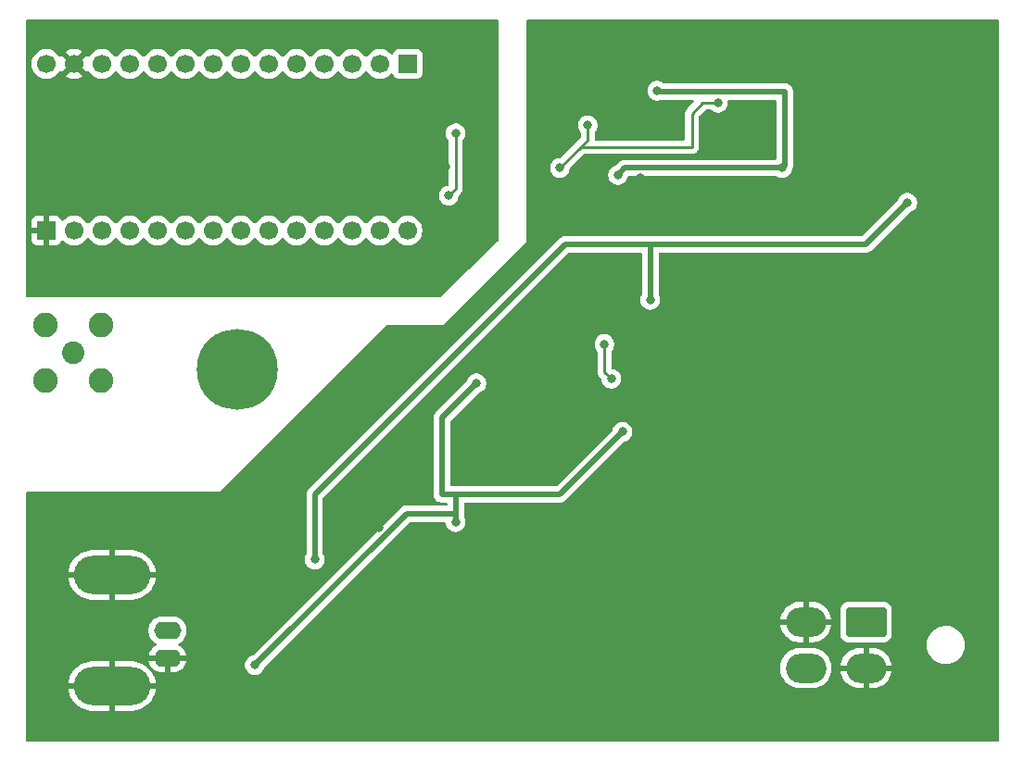
<source format=gbr>
%TF.GenerationSoftware,KiCad,Pcbnew,9.0.4*%
%TF.CreationDate,2025-09-05T01:27:12-04:00*%
%TF.ProjectId,max5719_breakout,6d617835-3731-4395-9f62-7265616b6f75,rev?*%
%TF.SameCoordinates,Original*%
%TF.FileFunction,Copper,L4,Bot*%
%TF.FilePolarity,Positive*%
%FSLAX46Y46*%
G04 Gerber Fmt 4.6, Leading zero omitted, Abs format (unit mm)*
G04 Created by KiCad (PCBNEW 9.0.4) date 2025-09-05 01:27:12*
%MOMM*%
%LPD*%
G01*
G04 APERTURE LIST*
G04 Aperture macros list*
%AMRoundRect*
0 Rectangle with rounded corners*
0 $1 Rounding radius*
0 $2 $3 $4 $5 $6 $7 $8 $9 X,Y pos of 4 corners*
0 Add a 4 corners polygon primitive as box body*
4,1,4,$2,$3,$4,$5,$6,$7,$8,$9,$2,$3,0*
0 Add four circle primitives for the rounded corners*
1,1,$1+$1,$2,$3*
1,1,$1+$1,$4,$5*
1,1,$1+$1,$6,$7*
1,1,$1+$1,$8,$9*
0 Add four rect primitives between the rounded corners*
20,1,$1+$1,$2,$3,$4,$5,0*
20,1,$1+$1,$4,$5,$6,$7,0*
20,1,$1+$1,$6,$7,$8,$9,0*
20,1,$1+$1,$8,$9,$2,$3,0*%
G04 Aperture macros list end*
%TA.AperFunction,ComponentPad*%
%ADD10C,0.800000*%
%TD*%
%TA.AperFunction,ComponentPad*%
%ADD11C,7.400000*%
%TD*%
%TA.AperFunction,ComponentPad*%
%ADD12RoundRect,0.250001X-1.599999X1.099999X-1.599999X-1.099999X1.599999X-1.099999X1.599999X1.099999X0*%
%TD*%
%TA.AperFunction,ComponentPad*%
%ADD13O,3.700000X2.700000*%
%TD*%
%TA.AperFunction,ComponentPad*%
%ADD14O,2.500000X1.600000*%
%TD*%
%TA.AperFunction,ComponentPad*%
%ADD15O,7.000000X3.500000*%
%TD*%
%TA.AperFunction,ComponentPad*%
%ADD16C,2.050000*%
%TD*%
%TA.AperFunction,ComponentPad*%
%ADD17C,2.250000*%
%TD*%
%TA.AperFunction,ComponentPad*%
%ADD18R,1.700000X1.700000*%
%TD*%
%TA.AperFunction,ComponentPad*%
%ADD19C,1.700000*%
%TD*%
%TA.AperFunction,ViaPad*%
%ADD20C,0.800000*%
%TD*%
%TA.AperFunction,Conductor*%
%ADD21C,0.500000*%
%TD*%
%TA.AperFunction,Conductor*%
%ADD22C,0.250000*%
%TD*%
G04 APERTURE END LIST*
D10*
%TO.P,H1,1,1*%
%TO.N,unconnected-(H1-Pad1)*%
X36849000Y-62484000D03*
X37661779Y-60521779D03*
X37661779Y-64446221D03*
X39624000Y-59709000D03*
D11*
X39624000Y-62484000D03*
D10*
X39624000Y-65259000D03*
X41586221Y-60521779D03*
X41586221Y-64446221D03*
X42399000Y-62484000D03*
%TD*%
D12*
%TO.P,J1,1,Pin_1*%
%TO.N,Vp_unreg*%
X97094000Y-85598000D03*
D13*
%TO.P,J1,2,Pin_2*%
%TO.N,GND*%
X97094000Y-89798000D03*
%TO.P,J1,3,Pin_3*%
X91594000Y-85598000D03*
%TO.P,J1,4,Pin_4*%
%TO.N,Vn_unreg*%
X91594000Y-89798000D03*
%TD*%
D14*
%TO.P,J5,1,In*%
%TO.N,Net-(J5-In)*%
X33274000Y-86360000D03*
D15*
%TO.P,J5,2,Ext*%
%TO.N,GND*%
X28194000Y-91440000D03*
D14*
X33274000Y-88900000D03*
D15*
X28194000Y-81280000D03*
%TD*%
D16*
%TO.P,J2,1,In*%
%TO.N,Net-(J2-In)*%
X24638000Y-60960000D03*
D17*
%TO.P,J2,2,Ext*%
%TO.N,Net-(J2-Ext)*%
X22098000Y-63500000D03*
X27178000Y-63500000D03*
X22098000Y-58420000D03*
X27178000Y-58420000D03*
%TD*%
D10*
%TO.P,H2,1,1*%
%TO.N,GND*%
X95199221Y-35744221D03*
X96012000Y-33782000D03*
X96012000Y-37706442D03*
X97974221Y-32969221D03*
D11*
X97974221Y-35744221D03*
D10*
X97974221Y-38519221D03*
X99936442Y-33782000D03*
X99936442Y-37706442D03*
X100749221Y-35744221D03*
%TD*%
D18*
%TO.P,J4,1,Pin_1*%
%TO.N,/core/DIN*%
X55213000Y-34544000D03*
D19*
%TO.P,J4,2,Pin_2*%
%TO.N,unconnected-(J4-Pin_2-Pad2)*%
X52673000Y-34544000D03*
%TO.P,J4,3,Pin_3*%
%TO.N,unconnected-(J4-Pin_3-Pad3)*%
X50133000Y-34544000D03*
%TO.P,J4,4,Pin_4*%
%TO.N,unconnected-(J4-Pin_4-Pad4)*%
X47593000Y-34544000D03*
%TO.P,J4,5,Pin_5*%
%TO.N,unconnected-(J4-Pin_5-Pad5)*%
X45053000Y-34544000D03*
%TO.P,J4,6,Pin_6*%
%TO.N,unconnected-(J4-Pin_6-Pad6)*%
X42513000Y-34544000D03*
%TO.P,J4,7,Pin_7*%
%TO.N,unconnected-(J4-Pin_7-Pad7)*%
X39973000Y-34544000D03*
%TO.P,J4,8,Pin_8*%
%TO.N,unconnected-(J4-Pin_8-Pad8)*%
X37433000Y-34544000D03*
%TO.P,J4,9,Pin_9*%
%TO.N,unconnected-(J4-Pin_9-Pad9)*%
X34893000Y-34544000D03*
%TO.P,J4,10,Pin_10*%
%TO.N,unconnected-(J4-Pin_10-Pad10)*%
X32353000Y-34544000D03*
%TO.P,J4,11,Pin_11*%
%TO.N,unconnected-(J4-Pin_11-Pad11)*%
X29813000Y-34544000D03*
%TO.P,J4,12,Pin_12*%
%TO.N,+3.3V*%
X27273000Y-34544000D03*
%TO.P,J4,13,Pin_13*%
%TO.N,GNDD*%
X24733000Y-34544000D03*
%TO.P,J4,14,Pin_14*%
%TO.N,unconnected-(J4-Pin_14-Pad14)*%
X22193000Y-34544000D03*
%TD*%
D10*
%TO.P,H3,1,1*%
%TO.N,GND*%
X79013000Y-91948000D03*
X79825779Y-89985779D03*
X79825779Y-93910221D03*
X81788000Y-89173000D03*
D11*
X81788000Y-91948000D03*
D10*
X81788000Y-94723000D03*
X83750221Y-89985779D03*
X83750221Y-93910221D03*
X84563000Y-91948000D03*
%TD*%
D18*
%TO.P,J3,1,Pin_1*%
%TO.N,GNDD*%
X22193000Y-49784000D03*
D19*
%TO.P,J3,2,Pin_2*%
%TO.N,unconnected-(J3-Pin_2-Pad2)*%
X24733000Y-49784000D03*
%TO.P,J3,3,Pin_3*%
%TO.N,unconnected-(J3-Pin_3-Pad3)*%
X27273000Y-49784000D03*
%TO.P,J3,4,Pin_4*%
%TO.N,Net-(J3-Pin_4)*%
X29813000Y-49784000D03*
%TO.P,J3,5,Pin_5*%
%TO.N,unconnected-(J3-Pin_5-Pad5)*%
X32353000Y-49784000D03*
%TO.P,J3,6,Pin_6*%
%TO.N,unconnected-(J3-Pin_6-Pad6)*%
X34893000Y-49784000D03*
%TO.P,J3,7,Pin_7*%
%TO.N,unconnected-(J3-Pin_7-Pad7)*%
X37433000Y-49784000D03*
%TO.P,J3,8,Pin_8*%
%TO.N,unconnected-(J3-Pin_8-Pad8)*%
X39973000Y-49784000D03*
%TO.P,J3,9,Pin_9*%
%TO.N,unconnected-(J3-Pin_9-Pad9)*%
X42513000Y-49784000D03*
%TO.P,J3,10,Pin_10*%
%TO.N,unconnected-(J3-Pin_10-Pad10)*%
X45053000Y-49784000D03*
%TO.P,J3,11,Pin_11*%
%TO.N,/core/LDAC*%
X47593000Y-49784000D03*
%TO.P,J3,12,Pin_12*%
%TO.N,/core/CS*%
X50133000Y-49784000D03*
%TO.P,J3,13,Pin_13*%
%TO.N,/core/SCLK*%
X52673000Y-49784000D03*
%TO.P,J3,14,Pin_14*%
%TO.N,unconnected-(J3-Pin_14-Pad14)*%
X55213000Y-49784000D03*
%TD*%
D20*
%TO.N,GND*%
X62865000Y-67310000D03*
%TO.N,+5V*%
X89441000Y-44069000D03*
X78011000Y-36994000D03*
X74422000Y-44704000D03*
%TO.N,-12V*%
X77376000Y-56134000D03*
X100871000Y-47244000D03*
X46716750Y-79883000D03*
%TO.N,+12V*%
X61501000Y-63754000D03*
X74836000Y-68199000D03*
X41255750Y-89535000D03*
X59596000Y-76454000D03*
%TO.N,GND*%
X78486000Y-70104000D03*
X91346000Y-53594000D03*
X49022000Y-79248000D03*
X73152000Y-48260000D03*
X84582000Y-49530000D03*
X82296000Y-85090000D03*
X75438000Y-81788000D03*
X72898000Y-86106000D03*
X87630000Y-38862000D03*
X64262000Y-71374000D03*
X52070000Y-80518000D03*
X68834000Y-39370000D03*
X84582000Y-47752000D03*
X83058000Y-65786000D03*
X28448000Y-95504000D03*
X69088000Y-71374000D03*
X77216000Y-67564000D03*
X46355000Y-93980000D03*
X61976000Y-80010000D03*
X65532000Y-79756000D03*
X70866000Y-60198000D03*
X82296000Y-55118000D03*
X52070000Y-82550000D03*
X38354000Y-82042000D03*
X49530000Y-88900000D03*
X92202000Y-37084000D03*
X82042000Y-61214000D03*
X38862000Y-92964000D03*
X52578000Y-76962000D03*
X101600000Y-39624000D03*
X101252000Y-57912000D03*
X80461000Y-45212000D03*
X88392000Y-73406000D03*
X91346000Y-57404000D03*
X69342000Y-79756000D03*
X28194000Y-77470000D03*
X78740000Y-61468000D03*
X95250000Y-72644000D03*
X80264000Y-34290000D03*
X67056000Y-48514000D03*
X66294000Y-67056000D03*
X106680000Y-68326000D03*
X79756000Y-56896000D03*
X94996000Y-70358000D03*
X66548000Y-68834000D03*
X56388000Y-67564000D03*
X80772000Y-62738000D03*
X86360000Y-71120000D03*
X41656000Y-80518000D03*
X53594000Y-75184000D03*
X98204000Y-65278000D03*
X98552000Y-72644000D03*
X78994000Y-55626000D03*
X91346000Y-60579000D03*
X101252000Y-61214000D03*
X79502000Y-85090000D03*
X60960000Y-68834000D03*
X42545000Y-93980000D03*
X87630000Y-65278000D03*
X58166000Y-60452000D03*
X69088000Y-67818000D03*
X84836000Y-58674000D03*
X101346000Y-67310000D03*
X66040000Y-59055000D03*
X76454000Y-76708000D03*
X37330079Y-85089481D03*
X67310000Y-62865000D03*
X89408000Y-34544000D03*
X56388000Y-86360000D03*
X43688000Y-82550000D03*
X73914000Y-71374000D03*
X49530000Y-93345000D03*
X50800000Y-74168000D03*
X85598000Y-45720000D03*
X105918000Y-71374000D03*
X59690000Y-71374000D03*
X80264000Y-53340000D03*
X76454000Y-44958000D03*
X52705000Y-93345000D03*
X54356000Y-70612000D03*
X91694000Y-67310000D03*
X68834000Y-58420000D03*
X100998000Y-53848000D03*
X84582000Y-42672000D03*
X84328000Y-62992000D03*
X94234000Y-39624000D03*
%TO.N,Net-(JP2-B)*%
X73816000Y-63354250D03*
X73181000Y-60179250D03*
%TO.N,/core/SCLK*%
X58961000Y-46609000D03*
X59596000Y-40894000D03*
%TO.N,GNDD*%
X33020000Y-31242000D03*
X60960000Y-34544000D03*
X32766000Y-52070000D03*
X42164000Y-31242000D03*
X49022000Y-32766000D03*
X22098000Y-46990000D03*
X54356000Y-38354000D03*
X54356000Y-40132000D03*
X54356000Y-41910000D03*
X58674000Y-43942000D03*
X58674000Y-32258000D03*
X51562000Y-32766000D03*
X26924000Y-42672000D03*
X36830000Y-31242000D03*
X56134000Y-40132000D03*
X47752000Y-52070000D03*
X39878000Y-38862000D03*
X54864000Y-32766000D03*
X22352000Y-36830000D03*
X26924000Y-39116000D03*
X61976000Y-48768000D03*
X56134000Y-37084000D03*
X58166000Y-35560000D03*
X28194000Y-31750000D03*
X43180000Y-42418000D03*
X59690000Y-49022000D03*
X50546000Y-53340000D03*
X26924000Y-36830000D03*
X56642000Y-43942000D03*
X57912000Y-39370000D03*
X52832000Y-45720000D03*
X27178000Y-52324000D03*
X54610000Y-53340000D03*
X29718000Y-40386000D03*
X54864000Y-42926000D03*
X48260000Y-46990000D03*
X57658000Y-48006000D03*
X28194000Y-53848000D03*
X30226000Y-46736000D03*
X57150000Y-53086000D03*
X53848000Y-47244000D03*
X54610000Y-43942000D03*
X36576000Y-44196000D03*
X45720000Y-43942000D03*
X29972000Y-43180000D03*
X26162000Y-45466000D03*
X23876000Y-43180000D03*
X24130000Y-39116000D03*
X51816000Y-46990000D03*
X32766000Y-40132000D03*
X48260000Y-39116000D03*
X58928000Y-51054000D03*
X52324000Y-53340000D03*
X30734000Y-51816000D03*
X53848000Y-44958000D03*
X56134000Y-38608000D03*
X46228000Y-32766000D03*
X56642000Y-41656000D03*
%TO.N,Net-(U6-I{slash}OB1)*%
X69121000Y-44069000D03*
X83566000Y-38100000D03*
X71661000Y-40167595D03*
%TD*%
D21*
%TO.N,+5V*%
X78011000Y-37084000D02*
X78011000Y-36994000D01*
X89662000Y-37084000D02*
X78011000Y-37084000D01*
X75057000Y-44069000D02*
X74422000Y-44704000D01*
X88171000Y-44069000D02*
X75057000Y-44069000D01*
X89662000Y-43848000D02*
X89662000Y-37084000D01*
X89441000Y-44069000D02*
X88171000Y-44069000D01*
X89441000Y-44069000D02*
X89662000Y-43848000D01*
%TO.N,-12V*%
X97061000Y-51054000D02*
X77376000Y-51054000D01*
X100871000Y-47244000D02*
X97061000Y-51054000D01*
X77376000Y-51054000D02*
X77376000Y-56134000D01*
X69596000Y-51054000D02*
X46716750Y-73933250D01*
X77376000Y-51054000D02*
X69596000Y-51054000D01*
X46716750Y-73933250D02*
X46716750Y-79883000D01*
%TO.N,+12V*%
X58326000Y-73914000D02*
X59596000Y-73914000D01*
X69121000Y-73914000D02*
X74836000Y-68199000D01*
X59596000Y-73914000D02*
X59596000Y-75692000D01*
X58326000Y-66929000D02*
X61501000Y-63754000D01*
X59596000Y-73914000D02*
X69121000Y-73914000D01*
X58326000Y-73914000D02*
X58326000Y-66929000D01*
X55098750Y-75692000D02*
X41255750Y-89535000D01*
X59596000Y-75692000D02*
X55098750Y-75692000D01*
X59596000Y-75692000D02*
X59596000Y-76454000D01*
D22*
%TO.N,Net-(JP2-B)*%
X73181000Y-60179250D02*
X73181000Y-62719250D01*
X73181000Y-62719250D02*
X73816000Y-63354250D01*
%TO.N,/core/SCLK*%
X59596000Y-45974000D02*
X58961000Y-46609000D01*
X59596000Y-40894000D02*
X59596000Y-45974000D01*
%TO.N,Net-(U6-I{slash}OB1)*%
X69121000Y-44069000D02*
X71026000Y-42164000D01*
X81186000Y-39079000D02*
X81186000Y-42164000D01*
X71026000Y-42164000D02*
X71661000Y-41529000D01*
X71661000Y-41529000D02*
X71661000Y-40167595D01*
X82165000Y-38100000D02*
X81186000Y-39079000D01*
X81186000Y-42164000D02*
X71026000Y-42164000D01*
X83566000Y-38100000D02*
X82165000Y-38100000D01*
%TD*%
%TA.AperFunction,Conductor*%
%TO.N,GNDD*%
G36*
X63443039Y-30500185D02*
G01*
X63488794Y-30552989D01*
X63500000Y-30604500D01*
X63500000Y-50746857D01*
X63480315Y-50813896D01*
X63461517Y-50836650D01*
X58201917Y-55845793D01*
X58139796Y-55877773D01*
X58116400Y-55880000D01*
X20444500Y-55880000D01*
X20377461Y-55860315D01*
X20331706Y-55807511D01*
X20320500Y-55756000D01*
X20320500Y-48886155D01*
X20843000Y-48886155D01*
X20843000Y-49534000D01*
X21759988Y-49534000D01*
X21727075Y-49591007D01*
X21693000Y-49718174D01*
X21693000Y-49849826D01*
X21727075Y-49976993D01*
X21759988Y-50034000D01*
X20843000Y-50034000D01*
X20843000Y-50681844D01*
X20849401Y-50741372D01*
X20849403Y-50741379D01*
X20899645Y-50876086D01*
X20899649Y-50876093D01*
X20985809Y-50991187D01*
X20985812Y-50991190D01*
X21100906Y-51077350D01*
X21100913Y-51077354D01*
X21235620Y-51127596D01*
X21235627Y-51127598D01*
X21295155Y-51133999D01*
X21295172Y-51134000D01*
X21943000Y-51134000D01*
X21943000Y-50217012D01*
X22000007Y-50249925D01*
X22127174Y-50284000D01*
X22258826Y-50284000D01*
X22385993Y-50249925D01*
X22443000Y-50217012D01*
X22443000Y-51134000D01*
X23090828Y-51134000D01*
X23090844Y-51133999D01*
X23150372Y-51127598D01*
X23150379Y-51127596D01*
X23285086Y-51077354D01*
X23285093Y-51077350D01*
X23400187Y-50991190D01*
X23400190Y-50991187D01*
X23486350Y-50876093D01*
X23486354Y-50876086D01*
X23535422Y-50744529D01*
X23577293Y-50688595D01*
X23642757Y-50664178D01*
X23711030Y-50679030D01*
X23739285Y-50700181D01*
X23853213Y-50814109D01*
X24025179Y-50939048D01*
X24025181Y-50939049D01*
X24025184Y-50939051D01*
X24214588Y-51035557D01*
X24416757Y-51101246D01*
X24626713Y-51134500D01*
X24626714Y-51134500D01*
X24839286Y-51134500D01*
X24839287Y-51134500D01*
X25049243Y-51101246D01*
X25251412Y-51035557D01*
X25440816Y-50939051D01*
X25527471Y-50876093D01*
X25612786Y-50814109D01*
X25612788Y-50814106D01*
X25612792Y-50814104D01*
X25763104Y-50663792D01*
X25763106Y-50663788D01*
X25763109Y-50663786D01*
X25888048Y-50491820D01*
X25888047Y-50491820D01*
X25888051Y-50491816D01*
X25892514Y-50483054D01*
X25940488Y-50432259D01*
X26008308Y-50415463D01*
X26074444Y-50437999D01*
X26113486Y-50483056D01*
X26117951Y-50491820D01*
X26242890Y-50663786D01*
X26393213Y-50814109D01*
X26565179Y-50939048D01*
X26565181Y-50939049D01*
X26565184Y-50939051D01*
X26754588Y-51035557D01*
X26956757Y-51101246D01*
X27166713Y-51134500D01*
X27166714Y-51134500D01*
X27379286Y-51134500D01*
X27379287Y-51134500D01*
X27589243Y-51101246D01*
X27791412Y-51035557D01*
X27980816Y-50939051D01*
X28067471Y-50876093D01*
X28152786Y-50814109D01*
X28152788Y-50814106D01*
X28152792Y-50814104D01*
X28303104Y-50663792D01*
X28303106Y-50663788D01*
X28303109Y-50663786D01*
X28428048Y-50491820D01*
X28428047Y-50491820D01*
X28428051Y-50491816D01*
X28432514Y-50483054D01*
X28480488Y-50432259D01*
X28548308Y-50415463D01*
X28614444Y-50437999D01*
X28653486Y-50483056D01*
X28657951Y-50491820D01*
X28782890Y-50663786D01*
X28933213Y-50814109D01*
X29105179Y-50939048D01*
X29105181Y-50939049D01*
X29105184Y-50939051D01*
X29294588Y-51035557D01*
X29496757Y-51101246D01*
X29706713Y-51134500D01*
X29706714Y-51134500D01*
X29919286Y-51134500D01*
X29919287Y-51134500D01*
X30129243Y-51101246D01*
X30331412Y-51035557D01*
X30520816Y-50939051D01*
X30607471Y-50876093D01*
X30692786Y-50814109D01*
X30692788Y-50814106D01*
X30692792Y-50814104D01*
X30843104Y-50663792D01*
X30843106Y-50663788D01*
X30843109Y-50663786D01*
X30968048Y-50491820D01*
X30968047Y-50491820D01*
X30968051Y-50491816D01*
X30972514Y-50483054D01*
X31020488Y-50432259D01*
X31088308Y-50415463D01*
X31154444Y-50437999D01*
X31193486Y-50483056D01*
X31197951Y-50491820D01*
X31322890Y-50663786D01*
X31473213Y-50814109D01*
X31645179Y-50939048D01*
X31645181Y-50939049D01*
X31645184Y-50939051D01*
X31834588Y-51035557D01*
X32036757Y-51101246D01*
X32246713Y-51134500D01*
X32246714Y-51134500D01*
X32459286Y-51134500D01*
X32459287Y-51134500D01*
X32669243Y-51101246D01*
X32871412Y-51035557D01*
X33060816Y-50939051D01*
X33147471Y-50876093D01*
X33232786Y-50814109D01*
X33232788Y-50814106D01*
X33232792Y-50814104D01*
X33383104Y-50663792D01*
X33383106Y-50663788D01*
X33383109Y-50663786D01*
X33508048Y-50491820D01*
X33508047Y-50491820D01*
X33508051Y-50491816D01*
X33512514Y-50483054D01*
X33560488Y-50432259D01*
X33628308Y-50415463D01*
X33694444Y-50437999D01*
X33733486Y-50483056D01*
X33737951Y-50491820D01*
X33862890Y-50663786D01*
X34013213Y-50814109D01*
X34185179Y-50939048D01*
X34185181Y-50939049D01*
X34185184Y-50939051D01*
X34374588Y-51035557D01*
X34576757Y-51101246D01*
X34786713Y-51134500D01*
X34786714Y-51134500D01*
X34999286Y-51134500D01*
X34999287Y-51134500D01*
X35209243Y-51101246D01*
X35411412Y-51035557D01*
X35600816Y-50939051D01*
X35687471Y-50876093D01*
X35772786Y-50814109D01*
X35772788Y-50814106D01*
X35772792Y-50814104D01*
X35923104Y-50663792D01*
X35923106Y-50663788D01*
X35923109Y-50663786D01*
X36048048Y-50491820D01*
X36048047Y-50491820D01*
X36048051Y-50491816D01*
X36052514Y-50483054D01*
X36100488Y-50432259D01*
X36168308Y-50415463D01*
X36234444Y-50437999D01*
X36273486Y-50483056D01*
X36277951Y-50491820D01*
X36402890Y-50663786D01*
X36553213Y-50814109D01*
X36725179Y-50939048D01*
X36725181Y-50939049D01*
X36725184Y-50939051D01*
X36914588Y-51035557D01*
X37116757Y-51101246D01*
X37326713Y-51134500D01*
X37326714Y-51134500D01*
X37539286Y-51134500D01*
X37539287Y-51134500D01*
X37749243Y-51101246D01*
X37951412Y-51035557D01*
X38140816Y-50939051D01*
X38227471Y-50876093D01*
X38312786Y-50814109D01*
X38312788Y-50814106D01*
X38312792Y-50814104D01*
X38463104Y-50663792D01*
X38463106Y-50663788D01*
X38463109Y-50663786D01*
X38588048Y-50491820D01*
X38588047Y-50491820D01*
X38588051Y-50491816D01*
X38592514Y-50483054D01*
X38640488Y-50432259D01*
X38708308Y-50415463D01*
X38774444Y-50437999D01*
X38813486Y-50483056D01*
X38817951Y-50491820D01*
X38942890Y-50663786D01*
X39093213Y-50814109D01*
X39265179Y-50939048D01*
X39265181Y-50939049D01*
X39265184Y-50939051D01*
X39454588Y-51035557D01*
X39656757Y-51101246D01*
X39866713Y-51134500D01*
X39866714Y-51134500D01*
X40079286Y-51134500D01*
X40079287Y-51134500D01*
X40289243Y-51101246D01*
X40491412Y-51035557D01*
X40680816Y-50939051D01*
X40767471Y-50876093D01*
X40852786Y-50814109D01*
X40852788Y-50814106D01*
X40852792Y-50814104D01*
X41003104Y-50663792D01*
X41003106Y-50663788D01*
X41003109Y-50663786D01*
X41128048Y-50491820D01*
X41128047Y-50491820D01*
X41128051Y-50491816D01*
X41132514Y-50483054D01*
X41180488Y-50432259D01*
X41248308Y-50415463D01*
X41314444Y-50437999D01*
X41353486Y-50483056D01*
X41357951Y-50491820D01*
X41482890Y-50663786D01*
X41633213Y-50814109D01*
X41805179Y-50939048D01*
X41805181Y-50939049D01*
X41805184Y-50939051D01*
X41994588Y-51035557D01*
X42196757Y-51101246D01*
X42406713Y-51134500D01*
X42406714Y-51134500D01*
X42619286Y-51134500D01*
X42619287Y-51134500D01*
X42829243Y-51101246D01*
X43031412Y-51035557D01*
X43220816Y-50939051D01*
X43307471Y-50876093D01*
X43392786Y-50814109D01*
X43392788Y-50814106D01*
X43392792Y-50814104D01*
X43543104Y-50663792D01*
X43543106Y-50663788D01*
X43543109Y-50663786D01*
X43668048Y-50491820D01*
X43668047Y-50491820D01*
X43668051Y-50491816D01*
X43672514Y-50483054D01*
X43720488Y-50432259D01*
X43788308Y-50415463D01*
X43854444Y-50437999D01*
X43893486Y-50483056D01*
X43897951Y-50491820D01*
X44022890Y-50663786D01*
X44173213Y-50814109D01*
X44345179Y-50939048D01*
X44345181Y-50939049D01*
X44345184Y-50939051D01*
X44534588Y-51035557D01*
X44736757Y-51101246D01*
X44946713Y-51134500D01*
X44946714Y-51134500D01*
X45159286Y-51134500D01*
X45159287Y-51134500D01*
X45369243Y-51101246D01*
X45571412Y-51035557D01*
X45760816Y-50939051D01*
X45847471Y-50876093D01*
X45932786Y-50814109D01*
X45932788Y-50814106D01*
X45932792Y-50814104D01*
X46083104Y-50663792D01*
X46083106Y-50663788D01*
X46083109Y-50663786D01*
X46208048Y-50491820D01*
X46208047Y-50491820D01*
X46208051Y-50491816D01*
X46212514Y-50483054D01*
X46260488Y-50432259D01*
X46328308Y-50415463D01*
X46394444Y-50437999D01*
X46433486Y-50483056D01*
X46437951Y-50491820D01*
X46562890Y-50663786D01*
X46713213Y-50814109D01*
X46885179Y-50939048D01*
X46885181Y-50939049D01*
X46885184Y-50939051D01*
X47074588Y-51035557D01*
X47276757Y-51101246D01*
X47486713Y-51134500D01*
X47486714Y-51134500D01*
X47699286Y-51134500D01*
X47699287Y-51134500D01*
X47909243Y-51101246D01*
X48111412Y-51035557D01*
X48300816Y-50939051D01*
X48387471Y-50876093D01*
X48472786Y-50814109D01*
X48472788Y-50814106D01*
X48472792Y-50814104D01*
X48623104Y-50663792D01*
X48623106Y-50663788D01*
X48623109Y-50663786D01*
X48748048Y-50491820D01*
X48748047Y-50491820D01*
X48748051Y-50491816D01*
X48752514Y-50483054D01*
X48800488Y-50432259D01*
X48868308Y-50415463D01*
X48934444Y-50437999D01*
X48973486Y-50483056D01*
X48977951Y-50491820D01*
X49102890Y-50663786D01*
X49253213Y-50814109D01*
X49425179Y-50939048D01*
X49425181Y-50939049D01*
X49425184Y-50939051D01*
X49614588Y-51035557D01*
X49816757Y-51101246D01*
X50026713Y-51134500D01*
X50026714Y-51134500D01*
X50239286Y-51134500D01*
X50239287Y-51134500D01*
X50449243Y-51101246D01*
X50651412Y-51035557D01*
X50840816Y-50939051D01*
X50927471Y-50876093D01*
X51012786Y-50814109D01*
X51012788Y-50814106D01*
X51012792Y-50814104D01*
X51163104Y-50663792D01*
X51163106Y-50663788D01*
X51163109Y-50663786D01*
X51288048Y-50491820D01*
X51288047Y-50491820D01*
X51288051Y-50491816D01*
X51292514Y-50483054D01*
X51340488Y-50432259D01*
X51408308Y-50415463D01*
X51474444Y-50437999D01*
X51513486Y-50483056D01*
X51517951Y-50491820D01*
X51642890Y-50663786D01*
X51793213Y-50814109D01*
X51965179Y-50939048D01*
X51965181Y-50939049D01*
X51965184Y-50939051D01*
X52154588Y-51035557D01*
X52356757Y-51101246D01*
X52566713Y-51134500D01*
X52566714Y-51134500D01*
X52779286Y-51134500D01*
X52779287Y-51134500D01*
X52989243Y-51101246D01*
X53191412Y-51035557D01*
X53380816Y-50939051D01*
X53467471Y-50876093D01*
X53552786Y-50814109D01*
X53552788Y-50814106D01*
X53552792Y-50814104D01*
X53703104Y-50663792D01*
X53703106Y-50663788D01*
X53703109Y-50663786D01*
X53828048Y-50491820D01*
X53828047Y-50491820D01*
X53828051Y-50491816D01*
X53832514Y-50483054D01*
X53880488Y-50432259D01*
X53948308Y-50415463D01*
X54014444Y-50437999D01*
X54053486Y-50483056D01*
X54057951Y-50491820D01*
X54182890Y-50663786D01*
X54333213Y-50814109D01*
X54505179Y-50939048D01*
X54505181Y-50939049D01*
X54505184Y-50939051D01*
X54694588Y-51035557D01*
X54896757Y-51101246D01*
X55106713Y-51134500D01*
X55106714Y-51134500D01*
X55319286Y-51134500D01*
X55319287Y-51134500D01*
X55529243Y-51101246D01*
X55731412Y-51035557D01*
X55920816Y-50939051D01*
X56007471Y-50876093D01*
X56092786Y-50814109D01*
X56092788Y-50814106D01*
X56092792Y-50814104D01*
X56243104Y-50663792D01*
X56243106Y-50663788D01*
X56243109Y-50663786D01*
X56368048Y-50491820D01*
X56368047Y-50491820D01*
X56368051Y-50491816D01*
X56464557Y-50302412D01*
X56530246Y-50100243D01*
X56563500Y-49890287D01*
X56563500Y-49677713D01*
X56530246Y-49467757D01*
X56464557Y-49265588D01*
X56368051Y-49076184D01*
X56368049Y-49076181D01*
X56368048Y-49076179D01*
X56243109Y-48904213D01*
X56092786Y-48753890D01*
X55920820Y-48628951D01*
X55731414Y-48532444D01*
X55731413Y-48532443D01*
X55731412Y-48532443D01*
X55529243Y-48466754D01*
X55529241Y-48466753D01*
X55529240Y-48466753D01*
X55367957Y-48441208D01*
X55319287Y-48433500D01*
X55106713Y-48433500D01*
X55058042Y-48441208D01*
X54896760Y-48466753D01*
X54694585Y-48532444D01*
X54505179Y-48628951D01*
X54333213Y-48753890D01*
X54182890Y-48904213D01*
X54057949Y-49076182D01*
X54053484Y-49084946D01*
X54005509Y-49135742D01*
X53937688Y-49152536D01*
X53871553Y-49129998D01*
X53832516Y-49084946D01*
X53828050Y-49076182D01*
X53703109Y-48904213D01*
X53552786Y-48753890D01*
X53380820Y-48628951D01*
X53191414Y-48532444D01*
X53191413Y-48532443D01*
X53191412Y-48532443D01*
X52989243Y-48466754D01*
X52989241Y-48466753D01*
X52989240Y-48466753D01*
X52827957Y-48441208D01*
X52779287Y-48433500D01*
X52566713Y-48433500D01*
X52518042Y-48441208D01*
X52356760Y-48466753D01*
X52154585Y-48532444D01*
X51965179Y-48628951D01*
X51793213Y-48753890D01*
X51642890Y-48904213D01*
X51517949Y-49076182D01*
X51513484Y-49084946D01*
X51465509Y-49135742D01*
X51397688Y-49152536D01*
X51331553Y-49129998D01*
X51292516Y-49084946D01*
X51288050Y-49076182D01*
X51163109Y-48904213D01*
X51012786Y-48753890D01*
X50840820Y-48628951D01*
X50651414Y-48532444D01*
X50651413Y-48532443D01*
X50651412Y-48532443D01*
X50449243Y-48466754D01*
X50449241Y-48466753D01*
X50449240Y-48466753D01*
X50287957Y-48441208D01*
X50239287Y-48433500D01*
X50026713Y-48433500D01*
X49978042Y-48441208D01*
X49816760Y-48466753D01*
X49614585Y-48532444D01*
X49425179Y-48628951D01*
X49253213Y-48753890D01*
X49102890Y-48904213D01*
X48977949Y-49076182D01*
X48973484Y-49084946D01*
X48925509Y-49135742D01*
X48857688Y-49152536D01*
X48791553Y-49129998D01*
X48752516Y-49084946D01*
X48748050Y-49076182D01*
X48623109Y-48904213D01*
X48472786Y-48753890D01*
X48300820Y-48628951D01*
X48111414Y-48532444D01*
X48111413Y-48532443D01*
X48111412Y-48532443D01*
X47909243Y-48466754D01*
X47909241Y-48466753D01*
X47909240Y-48466753D01*
X47747957Y-48441208D01*
X47699287Y-48433500D01*
X47486713Y-48433500D01*
X47438042Y-48441208D01*
X47276760Y-48466753D01*
X47074585Y-48532444D01*
X46885179Y-48628951D01*
X46713213Y-48753890D01*
X46562890Y-48904213D01*
X46437949Y-49076182D01*
X46433484Y-49084946D01*
X46385509Y-49135742D01*
X46317688Y-49152536D01*
X46251553Y-49129998D01*
X46212516Y-49084946D01*
X46208050Y-49076182D01*
X46083109Y-48904213D01*
X45932786Y-48753890D01*
X45760820Y-48628951D01*
X45571414Y-48532444D01*
X45571413Y-48532443D01*
X45571412Y-48532443D01*
X45369243Y-48466754D01*
X45369241Y-48466753D01*
X45369240Y-48466753D01*
X45207957Y-48441208D01*
X45159287Y-48433500D01*
X44946713Y-48433500D01*
X44898042Y-48441208D01*
X44736760Y-48466753D01*
X44534585Y-48532444D01*
X44345179Y-48628951D01*
X44173213Y-48753890D01*
X44022890Y-48904213D01*
X43897949Y-49076182D01*
X43893484Y-49084946D01*
X43845509Y-49135742D01*
X43777688Y-49152536D01*
X43711553Y-49129998D01*
X43672516Y-49084946D01*
X43668050Y-49076182D01*
X43543109Y-48904213D01*
X43392786Y-48753890D01*
X43220820Y-48628951D01*
X43031414Y-48532444D01*
X43031413Y-48532443D01*
X43031412Y-48532443D01*
X42829243Y-48466754D01*
X42829241Y-48466753D01*
X42829240Y-48466753D01*
X42667957Y-48441208D01*
X42619287Y-48433500D01*
X42406713Y-48433500D01*
X42358042Y-48441208D01*
X42196760Y-48466753D01*
X41994585Y-48532444D01*
X41805179Y-48628951D01*
X41633213Y-48753890D01*
X41482890Y-48904213D01*
X41357949Y-49076182D01*
X41353484Y-49084946D01*
X41305509Y-49135742D01*
X41237688Y-49152536D01*
X41171553Y-49129998D01*
X41132516Y-49084946D01*
X41128050Y-49076182D01*
X41003109Y-48904213D01*
X40852786Y-48753890D01*
X40680820Y-48628951D01*
X40491414Y-48532444D01*
X40491413Y-48532443D01*
X40491412Y-48532443D01*
X40289243Y-48466754D01*
X40289241Y-48466753D01*
X40289240Y-48466753D01*
X40127957Y-48441208D01*
X40079287Y-48433500D01*
X39866713Y-48433500D01*
X39818042Y-48441208D01*
X39656760Y-48466753D01*
X39454585Y-48532444D01*
X39265179Y-48628951D01*
X39093213Y-48753890D01*
X38942890Y-48904213D01*
X38817949Y-49076182D01*
X38813484Y-49084946D01*
X38765509Y-49135742D01*
X38697688Y-49152536D01*
X38631553Y-49129998D01*
X38592516Y-49084946D01*
X38588050Y-49076182D01*
X38463109Y-48904213D01*
X38312786Y-48753890D01*
X38140820Y-48628951D01*
X37951414Y-48532444D01*
X37951413Y-48532443D01*
X37951412Y-48532443D01*
X37749243Y-48466754D01*
X37749241Y-48466753D01*
X37749240Y-48466753D01*
X37587957Y-48441208D01*
X37539287Y-48433500D01*
X37326713Y-48433500D01*
X37278042Y-48441208D01*
X37116760Y-48466753D01*
X36914585Y-48532444D01*
X36725179Y-48628951D01*
X36553213Y-48753890D01*
X36402890Y-48904213D01*
X36277949Y-49076182D01*
X36273484Y-49084946D01*
X36225509Y-49135742D01*
X36157688Y-49152536D01*
X36091553Y-49129998D01*
X36052516Y-49084946D01*
X36048050Y-49076182D01*
X35923109Y-48904213D01*
X35772786Y-48753890D01*
X35600820Y-48628951D01*
X35411414Y-48532444D01*
X35411413Y-48532443D01*
X35411412Y-48532443D01*
X35209243Y-48466754D01*
X35209241Y-48466753D01*
X35209240Y-48466753D01*
X35047957Y-48441208D01*
X34999287Y-48433500D01*
X34786713Y-48433500D01*
X34738042Y-48441208D01*
X34576760Y-48466753D01*
X34374585Y-48532444D01*
X34185179Y-48628951D01*
X34013213Y-48753890D01*
X33862890Y-48904213D01*
X33737949Y-49076182D01*
X33733484Y-49084946D01*
X33685509Y-49135742D01*
X33617688Y-49152536D01*
X33551553Y-49129998D01*
X33512516Y-49084946D01*
X33508050Y-49076182D01*
X33383109Y-48904213D01*
X33232786Y-48753890D01*
X33060820Y-48628951D01*
X32871414Y-48532444D01*
X32871413Y-48532443D01*
X32871412Y-48532443D01*
X32669243Y-48466754D01*
X32669241Y-48466753D01*
X32669240Y-48466753D01*
X32507957Y-48441208D01*
X32459287Y-48433500D01*
X32246713Y-48433500D01*
X32198042Y-48441208D01*
X32036760Y-48466753D01*
X31834585Y-48532444D01*
X31645179Y-48628951D01*
X31473213Y-48753890D01*
X31322890Y-48904213D01*
X31197949Y-49076182D01*
X31193484Y-49084946D01*
X31145509Y-49135742D01*
X31077688Y-49152536D01*
X31011553Y-49129998D01*
X30972516Y-49084946D01*
X30968050Y-49076182D01*
X30843109Y-48904213D01*
X30692786Y-48753890D01*
X30520820Y-48628951D01*
X30331414Y-48532444D01*
X30331413Y-48532443D01*
X30331412Y-48532443D01*
X30129243Y-48466754D01*
X30129241Y-48466753D01*
X30129240Y-48466753D01*
X29967957Y-48441208D01*
X29919287Y-48433500D01*
X29706713Y-48433500D01*
X29658042Y-48441208D01*
X29496760Y-48466753D01*
X29294585Y-48532444D01*
X29105179Y-48628951D01*
X28933213Y-48753890D01*
X28782890Y-48904213D01*
X28657949Y-49076182D01*
X28653484Y-49084946D01*
X28605509Y-49135742D01*
X28537688Y-49152536D01*
X28471553Y-49129998D01*
X28432516Y-49084946D01*
X28428050Y-49076182D01*
X28303109Y-48904213D01*
X28152786Y-48753890D01*
X27980820Y-48628951D01*
X27791414Y-48532444D01*
X27791413Y-48532443D01*
X27791412Y-48532443D01*
X27589243Y-48466754D01*
X27589241Y-48466753D01*
X27589240Y-48466753D01*
X27427957Y-48441208D01*
X27379287Y-48433500D01*
X27166713Y-48433500D01*
X27118042Y-48441208D01*
X26956760Y-48466753D01*
X26754585Y-48532444D01*
X26565179Y-48628951D01*
X26393213Y-48753890D01*
X26242890Y-48904213D01*
X26117949Y-49076182D01*
X26113484Y-49084946D01*
X26065509Y-49135742D01*
X25997688Y-49152536D01*
X25931553Y-49129998D01*
X25892516Y-49084946D01*
X25888050Y-49076182D01*
X25763109Y-48904213D01*
X25612786Y-48753890D01*
X25440820Y-48628951D01*
X25251414Y-48532444D01*
X25251413Y-48532443D01*
X25251412Y-48532443D01*
X25049243Y-48466754D01*
X25049241Y-48466753D01*
X25049240Y-48466753D01*
X24887957Y-48441208D01*
X24839287Y-48433500D01*
X24626713Y-48433500D01*
X24578042Y-48441208D01*
X24416760Y-48466753D01*
X24214585Y-48532444D01*
X24025179Y-48628951D01*
X23853215Y-48753889D01*
X23739285Y-48867819D01*
X23677962Y-48901303D01*
X23608270Y-48896319D01*
X23552337Y-48854447D01*
X23535422Y-48823470D01*
X23486354Y-48691913D01*
X23486350Y-48691906D01*
X23400190Y-48576812D01*
X23400187Y-48576809D01*
X23285093Y-48490649D01*
X23285086Y-48490645D01*
X23150379Y-48440403D01*
X23150372Y-48440401D01*
X23090844Y-48434000D01*
X22443000Y-48434000D01*
X22443000Y-49350988D01*
X22385993Y-49318075D01*
X22258826Y-49284000D01*
X22127174Y-49284000D01*
X22000007Y-49318075D01*
X21943000Y-49350988D01*
X21943000Y-48434000D01*
X21295155Y-48434000D01*
X21235627Y-48440401D01*
X21235620Y-48440403D01*
X21100913Y-48490645D01*
X21100906Y-48490649D01*
X20985812Y-48576809D01*
X20985809Y-48576812D01*
X20899649Y-48691906D01*
X20899645Y-48691913D01*
X20849403Y-48826620D01*
X20849401Y-48826627D01*
X20843000Y-48886155D01*
X20320500Y-48886155D01*
X20320500Y-46520304D01*
X58060500Y-46520304D01*
X58060500Y-46697695D01*
X58095103Y-46871658D01*
X58095106Y-46871667D01*
X58162983Y-47035540D01*
X58162990Y-47035553D01*
X58261535Y-47183034D01*
X58261538Y-47183038D01*
X58386961Y-47308461D01*
X58386965Y-47308464D01*
X58534446Y-47407009D01*
X58534459Y-47407016D01*
X58657363Y-47457923D01*
X58698334Y-47474894D01*
X58698336Y-47474894D01*
X58698341Y-47474896D01*
X58872304Y-47509499D01*
X58872307Y-47509500D01*
X58872309Y-47509500D01*
X59049693Y-47509500D01*
X59049694Y-47509499D01*
X59107682Y-47497964D01*
X59223658Y-47474896D01*
X59223661Y-47474894D01*
X59223666Y-47474894D01*
X59387547Y-47407013D01*
X59535035Y-47308464D01*
X59660464Y-47183035D01*
X59759013Y-47035547D01*
X59826894Y-46871666D01*
X59861500Y-46697691D01*
X59861500Y-46644452D01*
X59881185Y-46577413D01*
X59897814Y-46556775D01*
X60081858Y-46372733D01*
X60150312Y-46270285D01*
X60197463Y-46156451D01*
X60221501Y-46035606D01*
X60221501Y-45912393D01*
X60221501Y-45907283D01*
X60221500Y-45907257D01*
X60221500Y-41593361D01*
X60241185Y-41526322D01*
X60257820Y-41505679D01*
X60295461Y-41468038D01*
X60295464Y-41468035D01*
X60394013Y-41320547D01*
X60461894Y-41156666D01*
X60496500Y-40982691D01*
X60496500Y-40805309D01*
X60496500Y-40805306D01*
X60496499Y-40805304D01*
X60461896Y-40631341D01*
X60461893Y-40631332D01*
X60394016Y-40467459D01*
X60394009Y-40467446D01*
X60295464Y-40319965D01*
X60295461Y-40319961D01*
X60170038Y-40194538D01*
X60170034Y-40194535D01*
X60022553Y-40095990D01*
X60022540Y-40095983D01*
X59858667Y-40028106D01*
X59858658Y-40028103D01*
X59684694Y-39993500D01*
X59684691Y-39993500D01*
X59507309Y-39993500D01*
X59507306Y-39993500D01*
X59333341Y-40028103D01*
X59333332Y-40028106D01*
X59169459Y-40095983D01*
X59169446Y-40095990D01*
X59021965Y-40194535D01*
X59021961Y-40194538D01*
X58896538Y-40319961D01*
X58896535Y-40319965D01*
X58797990Y-40467446D01*
X58797983Y-40467459D01*
X58730106Y-40631332D01*
X58730103Y-40631341D01*
X58695500Y-40805304D01*
X58695500Y-40982695D01*
X58730103Y-41156658D01*
X58730106Y-41156667D01*
X58797983Y-41320540D01*
X58797990Y-41320553D01*
X58896535Y-41468034D01*
X58896538Y-41468038D01*
X58934180Y-41505679D01*
X58967666Y-41567001D01*
X58970500Y-41593361D01*
X58970500Y-45587204D01*
X58950815Y-45654243D01*
X58898011Y-45699998D01*
X58870692Y-45708821D01*
X58698340Y-45743104D01*
X58698332Y-45743106D01*
X58534459Y-45810983D01*
X58534446Y-45810990D01*
X58386965Y-45909535D01*
X58386961Y-45909538D01*
X58261538Y-46034961D01*
X58261535Y-46034965D01*
X58162990Y-46182446D01*
X58162983Y-46182459D01*
X58095106Y-46346332D01*
X58095103Y-46346341D01*
X58060500Y-46520304D01*
X20320500Y-46520304D01*
X20320500Y-34437713D01*
X20842500Y-34437713D01*
X20842500Y-34650286D01*
X20875753Y-34860239D01*
X20941444Y-35062414D01*
X21037951Y-35251820D01*
X21162890Y-35423786D01*
X21313213Y-35574109D01*
X21485179Y-35699048D01*
X21485181Y-35699049D01*
X21485184Y-35699051D01*
X21674588Y-35795557D01*
X21876757Y-35861246D01*
X22086713Y-35894500D01*
X22086714Y-35894500D01*
X22299286Y-35894500D01*
X22299287Y-35894500D01*
X22509243Y-35861246D01*
X22711412Y-35795557D01*
X22900816Y-35699051D01*
X22987138Y-35636335D01*
X23072786Y-35574109D01*
X23072788Y-35574106D01*
X23072792Y-35574104D01*
X23223104Y-35423792D01*
X23223106Y-35423788D01*
X23223109Y-35423786D01*
X23308890Y-35305717D01*
X23348051Y-35251816D01*
X23352793Y-35242508D01*
X23400763Y-35191711D01*
X23468583Y-35174911D01*
X23534719Y-35197445D01*
X23573763Y-35242500D01*
X23578373Y-35251547D01*
X23617728Y-35305716D01*
X24250037Y-34673408D01*
X24267075Y-34736993D01*
X24332901Y-34851007D01*
X24425993Y-34944099D01*
X24540007Y-35009925D01*
X24603590Y-35026962D01*
X23971282Y-35659269D01*
X23971282Y-35659270D01*
X24025449Y-35698624D01*
X24214782Y-35795095D01*
X24416870Y-35860757D01*
X24626754Y-35894000D01*
X24839246Y-35894000D01*
X25049127Y-35860757D01*
X25049130Y-35860757D01*
X25251217Y-35795095D01*
X25440554Y-35698622D01*
X25494716Y-35659270D01*
X25494717Y-35659270D01*
X24862408Y-35026962D01*
X24925993Y-35009925D01*
X25040007Y-34944099D01*
X25133099Y-34851007D01*
X25198925Y-34736993D01*
X25215962Y-34673408D01*
X25848270Y-35305717D01*
X25848270Y-35305716D01*
X25887622Y-35251555D01*
X25892232Y-35242507D01*
X25940205Y-35191709D01*
X26008025Y-35174912D01*
X26074161Y-35197447D01*
X26113204Y-35242504D01*
X26117949Y-35251817D01*
X26242890Y-35423786D01*
X26393213Y-35574109D01*
X26565179Y-35699048D01*
X26565181Y-35699049D01*
X26565184Y-35699051D01*
X26754588Y-35795557D01*
X26956757Y-35861246D01*
X27166713Y-35894500D01*
X27166714Y-35894500D01*
X27379286Y-35894500D01*
X27379287Y-35894500D01*
X27589243Y-35861246D01*
X27791412Y-35795557D01*
X27980816Y-35699051D01*
X28067138Y-35636335D01*
X28152786Y-35574109D01*
X28152788Y-35574106D01*
X28152792Y-35574104D01*
X28303104Y-35423792D01*
X28303106Y-35423788D01*
X28303109Y-35423786D01*
X28428048Y-35251820D01*
X28428047Y-35251820D01*
X28428051Y-35251816D01*
X28432514Y-35243054D01*
X28480488Y-35192259D01*
X28548308Y-35175463D01*
X28614444Y-35197999D01*
X28653486Y-35243056D01*
X28657951Y-35251820D01*
X28782890Y-35423786D01*
X28933213Y-35574109D01*
X29105179Y-35699048D01*
X29105181Y-35699049D01*
X29105184Y-35699051D01*
X29294588Y-35795557D01*
X29496757Y-35861246D01*
X29706713Y-35894500D01*
X29706714Y-35894500D01*
X29919286Y-35894500D01*
X29919287Y-35894500D01*
X30129243Y-35861246D01*
X30331412Y-35795557D01*
X30520816Y-35699051D01*
X30607138Y-35636335D01*
X30692786Y-35574109D01*
X30692788Y-35574106D01*
X30692792Y-35574104D01*
X30843104Y-35423792D01*
X30843106Y-35423788D01*
X30843109Y-35423786D01*
X30968048Y-35251820D01*
X30968047Y-35251820D01*
X30968051Y-35251816D01*
X30972514Y-35243054D01*
X31020488Y-35192259D01*
X31088308Y-35175463D01*
X31154444Y-35197999D01*
X31193486Y-35243056D01*
X31197951Y-35251820D01*
X31322890Y-35423786D01*
X31473213Y-35574109D01*
X31645179Y-35699048D01*
X31645181Y-35699049D01*
X31645184Y-35699051D01*
X31834588Y-35795557D01*
X32036757Y-35861246D01*
X32246713Y-35894500D01*
X32246714Y-35894500D01*
X32459286Y-35894500D01*
X32459287Y-35894500D01*
X32669243Y-35861246D01*
X32871412Y-35795557D01*
X33060816Y-35699051D01*
X33147138Y-35636335D01*
X33232786Y-35574109D01*
X33232788Y-35574106D01*
X33232792Y-35574104D01*
X33383104Y-35423792D01*
X33383106Y-35423788D01*
X33383109Y-35423786D01*
X33508048Y-35251820D01*
X33508047Y-35251820D01*
X33508051Y-35251816D01*
X33512514Y-35243054D01*
X33560488Y-35192259D01*
X33628308Y-35175463D01*
X33694444Y-35197999D01*
X33733486Y-35243056D01*
X33737951Y-35251820D01*
X33862890Y-35423786D01*
X34013213Y-35574109D01*
X34185179Y-35699048D01*
X34185181Y-35699049D01*
X34185184Y-35699051D01*
X34374588Y-35795557D01*
X34576757Y-35861246D01*
X34786713Y-35894500D01*
X34786714Y-35894500D01*
X34999286Y-35894500D01*
X34999287Y-35894500D01*
X35209243Y-35861246D01*
X35411412Y-35795557D01*
X35600816Y-35699051D01*
X35687138Y-35636335D01*
X35772786Y-35574109D01*
X35772788Y-35574106D01*
X35772792Y-35574104D01*
X35923104Y-35423792D01*
X35923106Y-35423788D01*
X35923109Y-35423786D01*
X36048048Y-35251820D01*
X36048047Y-35251820D01*
X36048051Y-35251816D01*
X36052514Y-35243054D01*
X36100488Y-35192259D01*
X36168308Y-35175463D01*
X36234444Y-35197999D01*
X36273486Y-35243056D01*
X36277951Y-35251820D01*
X36402890Y-35423786D01*
X36553213Y-35574109D01*
X36725179Y-35699048D01*
X36725181Y-35699049D01*
X36725184Y-35699051D01*
X36914588Y-35795557D01*
X37116757Y-35861246D01*
X37326713Y-35894500D01*
X37326714Y-35894500D01*
X37539286Y-35894500D01*
X37539287Y-35894500D01*
X37749243Y-35861246D01*
X37951412Y-35795557D01*
X38140816Y-35699051D01*
X38227138Y-35636335D01*
X38312786Y-35574109D01*
X38312788Y-35574106D01*
X38312792Y-35574104D01*
X38463104Y-35423792D01*
X38463106Y-35423788D01*
X38463109Y-35423786D01*
X38588048Y-35251820D01*
X38588047Y-35251820D01*
X38588051Y-35251816D01*
X38592514Y-35243054D01*
X38640488Y-35192259D01*
X38708308Y-35175463D01*
X38774444Y-35197999D01*
X38813486Y-35243056D01*
X38817951Y-35251820D01*
X38942890Y-35423786D01*
X39093213Y-35574109D01*
X39265179Y-35699048D01*
X39265181Y-35699049D01*
X39265184Y-35699051D01*
X39454588Y-35795557D01*
X39656757Y-35861246D01*
X39866713Y-35894500D01*
X39866714Y-35894500D01*
X40079286Y-35894500D01*
X40079287Y-35894500D01*
X40289243Y-35861246D01*
X40491412Y-35795557D01*
X40680816Y-35699051D01*
X40767138Y-35636335D01*
X40852786Y-35574109D01*
X40852788Y-35574106D01*
X40852792Y-35574104D01*
X41003104Y-35423792D01*
X41003106Y-35423788D01*
X41003109Y-35423786D01*
X41128048Y-35251820D01*
X41128047Y-35251820D01*
X41128051Y-35251816D01*
X41132514Y-35243054D01*
X41180488Y-35192259D01*
X41248308Y-35175463D01*
X41314444Y-35197999D01*
X41353486Y-35243056D01*
X41357951Y-35251820D01*
X41482890Y-35423786D01*
X41633213Y-35574109D01*
X41805179Y-35699048D01*
X41805181Y-35699049D01*
X41805184Y-35699051D01*
X41994588Y-35795557D01*
X42196757Y-35861246D01*
X42406713Y-35894500D01*
X42406714Y-35894500D01*
X42619286Y-35894500D01*
X42619287Y-35894500D01*
X42829243Y-35861246D01*
X43031412Y-35795557D01*
X43220816Y-35699051D01*
X43307138Y-35636335D01*
X43392786Y-35574109D01*
X43392788Y-35574106D01*
X43392792Y-35574104D01*
X43543104Y-35423792D01*
X43543106Y-35423788D01*
X43543109Y-35423786D01*
X43668048Y-35251820D01*
X43668047Y-35251820D01*
X43668051Y-35251816D01*
X43672514Y-35243054D01*
X43720488Y-35192259D01*
X43788308Y-35175463D01*
X43854444Y-35197999D01*
X43893486Y-35243056D01*
X43897951Y-35251820D01*
X44022890Y-35423786D01*
X44173213Y-35574109D01*
X44345179Y-35699048D01*
X44345181Y-35699049D01*
X44345184Y-35699051D01*
X44534588Y-35795557D01*
X44736757Y-35861246D01*
X44946713Y-35894500D01*
X44946714Y-35894500D01*
X45159286Y-35894500D01*
X45159287Y-35894500D01*
X45369243Y-35861246D01*
X45571412Y-35795557D01*
X45760816Y-35699051D01*
X45847138Y-35636335D01*
X45932786Y-35574109D01*
X45932788Y-35574106D01*
X45932792Y-35574104D01*
X46083104Y-35423792D01*
X46083106Y-35423788D01*
X46083109Y-35423786D01*
X46208048Y-35251820D01*
X46208047Y-35251820D01*
X46208051Y-35251816D01*
X46212514Y-35243054D01*
X46260488Y-35192259D01*
X46328308Y-35175463D01*
X46394444Y-35197999D01*
X46433486Y-35243056D01*
X46437951Y-35251820D01*
X46562890Y-35423786D01*
X46713213Y-35574109D01*
X46885179Y-35699048D01*
X46885181Y-35699049D01*
X46885184Y-35699051D01*
X47074588Y-35795557D01*
X47276757Y-35861246D01*
X47486713Y-35894500D01*
X47486714Y-35894500D01*
X47699286Y-35894500D01*
X47699287Y-35894500D01*
X47909243Y-35861246D01*
X48111412Y-35795557D01*
X48300816Y-35699051D01*
X48387138Y-35636335D01*
X48472786Y-35574109D01*
X48472788Y-35574106D01*
X48472792Y-35574104D01*
X48623104Y-35423792D01*
X48623106Y-35423788D01*
X48623109Y-35423786D01*
X48748048Y-35251820D01*
X48748047Y-35251820D01*
X48748051Y-35251816D01*
X48752514Y-35243054D01*
X48800488Y-35192259D01*
X48868308Y-35175463D01*
X48934444Y-35197999D01*
X48973486Y-35243056D01*
X48977951Y-35251820D01*
X49102890Y-35423786D01*
X49253213Y-35574109D01*
X49425179Y-35699048D01*
X49425181Y-35699049D01*
X49425184Y-35699051D01*
X49614588Y-35795557D01*
X49816757Y-35861246D01*
X50026713Y-35894500D01*
X50026714Y-35894500D01*
X50239286Y-35894500D01*
X50239287Y-35894500D01*
X50449243Y-35861246D01*
X50651412Y-35795557D01*
X50840816Y-35699051D01*
X50927138Y-35636335D01*
X51012786Y-35574109D01*
X51012788Y-35574106D01*
X51012792Y-35574104D01*
X51163104Y-35423792D01*
X51163106Y-35423788D01*
X51163109Y-35423786D01*
X51288048Y-35251820D01*
X51288047Y-35251820D01*
X51288051Y-35251816D01*
X51292514Y-35243054D01*
X51340488Y-35192259D01*
X51408308Y-35175463D01*
X51474444Y-35197999D01*
X51513486Y-35243056D01*
X51517951Y-35251820D01*
X51642890Y-35423786D01*
X51793213Y-35574109D01*
X51965179Y-35699048D01*
X51965181Y-35699049D01*
X51965184Y-35699051D01*
X52154588Y-35795557D01*
X52356757Y-35861246D01*
X52566713Y-35894500D01*
X52566714Y-35894500D01*
X52779286Y-35894500D01*
X52779287Y-35894500D01*
X52989243Y-35861246D01*
X53191412Y-35795557D01*
X53380816Y-35699051D01*
X53552792Y-35574104D01*
X53666329Y-35460566D01*
X53727648Y-35427084D01*
X53797340Y-35432068D01*
X53853274Y-35473939D01*
X53870189Y-35504917D01*
X53919202Y-35636328D01*
X53919206Y-35636335D01*
X54005452Y-35751544D01*
X54005455Y-35751547D01*
X54120664Y-35837793D01*
X54120671Y-35837797D01*
X54255517Y-35888091D01*
X54255516Y-35888091D01*
X54262444Y-35888835D01*
X54315127Y-35894500D01*
X56110872Y-35894499D01*
X56170483Y-35888091D01*
X56305331Y-35837796D01*
X56420546Y-35751546D01*
X56506796Y-35636331D01*
X56557091Y-35501483D01*
X56563500Y-35441873D01*
X56563499Y-33646128D01*
X56557091Y-33586517D01*
X56555810Y-33583083D01*
X56506797Y-33451671D01*
X56506793Y-33451664D01*
X56420547Y-33336455D01*
X56420544Y-33336452D01*
X56305335Y-33250206D01*
X56305328Y-33250202D01*
X56170482Y-33199908D01*
X56170483Y-33199908D01*
X56110883Y-33193501D01*
X56110881Y-33193500D01*
X56110873Y-33193500D01*
X56110864Y-33193500D01*
X54315129Y-33193500D01*
X54315123Y-33193501D01*
X54255516Y-33199908D01*
X54120671Y-33250202D01*
X54120664Y-33250206D01*
X54005455Y-33336452D01*
X54005452Y-33336455D01*
X53919206Y-33451664D01*
X53919203Y-33451669D01*
X53870189Y-33583083D01*
X53828317Y-33639016D01*
X53762853Y-33663433D01*
X53694580Y-33648581D01*
X53666326Y-33627430D01*
X53552786Y-33513890D01*
X53380820Y-33388951D01*
X53191414Y-33292444D01*
X53191413Y-33292443D01*
X53191412Y-33292443D01*
X52989243Y-33226754D01*
X52989241Y-33226753D01*
X52989240Y-33226753D01*
X52827957Y-33201208D01*
X52779287Y-33193500D01*
X52566713Y-33193500D01*
X52518042Y-33201208D01*
X52356760Y-33226753D01*
X52154585Y-33292444D01*
X51965179Y-33388951D01*
X51793213Y-33513890D01*
X51642890Y-33664213D01*
X51517949Y-33836182D01*
X51513484Y-33844946D01*
X51465509Y-33895742D01*
X51397688Y-33912536D01*
X51331553Y-33889998D01*
X51292516Y-33844946D01*
X51288050Y-33836182D01*
X51163109Y-33664213D01*
X51012786Y-33513890D01*
X50840820Y-33388951D01*
X50651414Y-33292444D01*
X50651413Y-33292443D01*
X50651412Y-33292443D01*
X50449243Y-33226754D01*
X50449241Y-33226753D01*
X50449240Y-33226753D01*
X50287957Y-33201208D01*
X50239287Y-33193500D01*
X50026713Y-33193500D01*
X49978042Y-33201208D01*
X49816760Y-33226753D01*
X49614585Y-33292444D01*
X49425179Y-33388951D01*
X49253213Y-33513890D01*
X49102890Y-33664213D01*
X48977949Y-33836182D01*
X48973484Y-33844946D01*
X48925509Y-33895742D01*
X48857688Y-33912536D01*
X48791553Y-33889998D01*
X48752516Y-33844946D01*
X48748050Y-33836182D01*
X48623109Y-33664213D01*
X48472786Y-33513890D01*
X48300820Y-33388951D01*
X48111414Y-33292444D01*
X48111413Y-33292443D01*
X48111412Y-33292443D01*
X47909243Y-33226754D01*
X47909241Y-33226753D01*
X47909240Y-33226753D01*
X47747957Y-33201208D01*
X47699287Y-33193500D01*
X47486713Y-33193500D01*
X47438042Y-33201208D01*
X47276760Y-33226753D01*
X47074585Y-33292444D01*
X46885179Y-33388951D01*
X46713213Y-33513890D01*
X46562890Y-33664213D01*
X46437949Y-33836182D01*
X46433484Y-33844946D01*
X46385509Y-33895742D01*
X46317688Y-33912536D01*
X46251553Y-33889998D01*
X46212516Y-33844946D01*
X46208050Y-33836182D01*
X46083109Y-33664213D01*
X45932786Y-33513890D01*
X45760820Y-33388951D01*
X45571414Y-33292444D01*
X45571413Y-33292443D01*
X45571412Y-33292443D01*
X45369243Y-33226754D01*
X45369241Y-33226753D01*
X45369240Y-33226753D01*
X45207957Y-33201208D01*
X45159287Y-33193500D01*
X44946713Y-33193500D01*
X44898042Y-33201208D01*
X44736760Y-33226753D01*
X44534585Y-33292444D01*
X44345179Y-33388951D01*
X44173213Y-33513890D01*
X44022890Y-33664213D01*
X43897949Y-33836182D01*
X43893484Y-33844946D01*
X43845509Y-33895742D01*
X43777688Y-33912536D01*
X43711553Y-33889998D01*
X43672516Y-33844946D01*
X43668050Y-33836182D01*
X43543109Y-33664213D01*
X43392786Y-33513890D01*
X43220820Y-33388951D01*
X43031414Y-33292444D01*
X43031413Y-33292443D01*
X43031412Y-33292443D01*
X42829243Y-33226754D01*
X42829241Y-33226753D01*
X42829240Y-33226753D01*
X42667957Y-33201208D01*
X42619287Y-33193500D01*
X42406713Y-33193500D01*
X42358042Y-33201208D01*
X42196760Y-33226753D01*
X41994585Y-33292444D01*
X41805179Y-33388951D01*
X41633213Y-33513890D01*
X41482890Y-33664213D01*
X41357949Y-33836182D01*
X41353484Y-33844946D01*
X41305509Y-33895742D01*
X41237688Y-33912536D01*
X41171553Y-33889998D01*
X41132516Y-33844946D01*
X41128050Y-33836182D01*
X41003109Y-33664213D01*
X40852786Y-33513890D01*
X40680820Y-33388951D01*
X40491414Y-33292444D01*
X40491413Y-33292443D01*
X40491412Y-33292443D01*
X40289243Y-33226754D01*
X40289241Y-33226753D01*
X40289240Y-33226753D01*
X40127957Y-33201208D01*
X40079287Y-33193500D01*
X39866713Y-33193500D01*
X39818042Y-33201208D01*
X39656760Y-33226753D01*
X39454585Y-33292444D01*
X39265179Y-33388951D01*
X39093213Y-33513890D01*
X38942890Y-33664213D01*
X38817949Y-33836182D01*
X38813484Y-33844946D01*
X38765509Y-33895742D01*
X38697688Y-33912536D01*
X38631553Y-33889998D01*
X38592516Y-33844946D01*
X38588050Y-33836182D01*
X38463109Y-33664213D01*
X38312786Y-33513890D01*
X38140820Y-33388951D01*
X37951414Y-33292444D01*
X37951413Y-33292443D01*
X37951412Y-33292443D01*
X37749243Y-33226754D01*
X37749241Y-33226753D01*
X37749240Y-33226753D01*
X37587957Y-33201208D01*
X37539287Y-33193500D01*
X37326713Y-33193500D01*
X37278042Y-33201208D01*
X37116760Y-33226753D01*
X36914585Y-33292444D01*
X36725179Y-33388951D01*
X36553213Y-33513890D01*
X36402890Y-33664213D01*
X36277949Y-33836182D01*
X36273484Y-33844946D01*
X36225509Y-33895742D01*
X36157688Y-33912536D01*
X36091553Y-33889998D01*
X36052516Y-33844946D01*
X36048050Y-33836182D01*
X35923109Y-33664213D01*
X35772786Y-33513890D01*
X35600820Y-33388951D01*
X35411414Y-33292444D01*
X35411413Y-33292443D01*
X35411412Y-33292443D01*
X35209243Y-33226754D01*
X35209241Y-33226753D01*
X35209240Y-33226753D01*
X35047957Y-33201208D01*
X34999287Y-33193500D01*
X34786713Y-33193500D01*
X34738042Y-33201208D01*
X34576760Y-33226753D01*
X34374585Y-33292444D01*
X34185179Y-33388951D01*
X34013213Y-33513890D01*
X33862890Y-33664213D01*
X33737949Y-33836182D01*
X33733484Y-33844946D01*
X33685509Y-33895742D01*
X33617688Y-33912536D01*
X33551553Y-33889998D01*
X33512516Y-33844946D01*
X33508050Y-33836182D01*
X33383109Y-33664213D01*
X33232786Y-33513890D01*
X33060820Y-33388951D01*
X32871414Y-33292444D01*
X32871413Y-33292443D01*
X32871412Y-33292443D01*
X32669243Y-33226754D01*
X32669241Y-33226753D01*
X32669240Y-33226753D01*
X32507957Y-33201208D01*
X32459287Y-33193500D01*
X32246713Y-33193500D01*
X32198042Y-33201208D01*
X32036760Y-33226753D01*
X31834585Y-33292444D01*
X31645179Y-33388951D01*
X31473213Y-33513890D01*
X31322890Y-33664213D01*
X31197949Y-33836182D01*
X31193484Y-33844946D01*
X31145509Y-33895742D01*
X31077688Y-33912536D01*
X31011553Y-33889998D01*
X30972516Y-33844946D01*
X30968050Y-33836182D01*
X30843109Y-33664213D01*
X30692786Y-33513890D01*
X30520820Y-33388951D01*
X30331414Y-33292444D01*
X30331413Y-33292443D01*
X30331412Y-33292443D01*
X30129243Y-33226754D01*
X30129241Y-33226753D01*
X30129240Y-33226753D01*
X29967957Y-33201208D01*
X29919287Y-33193500D01*
X29706713Y-33193500D01*
X29658042Y-33201208D01*
X29496760Y-33226753D01*
X29294585Y-33292444D01*
X29105179Y-33388951D01*
X28933213Y-33513890D01*
X28782890Y-33664213D01*
X28657949Y-33836182D01*
X28653484Y-33844946D01*
X28605509Y-33895742D01*
X28537688Y-33912536D01*
X28471553Y-33889998D01*
X28432516Y-33844946D01*
X28428050Y-33836182D01*
X28303109Y-33664213D01*
X28152786Y-33513890D01*
X27980820Y-33388951D01*
X27791414Y-33292444D01*
X27791413Y-33292443D01*
X27791412Y-33292443D01*
X27589243Y-33226754D01*
X27589241Y-33226753D01*
X27589240Y-33226753D01*
X27427957Y-33201208D01*
X27379287Y-33193500D01*
X27166713Y-33193500D01*
X27118042Y-33201208D01*
X26956760Y-33226753D01*
X26754585Y-33292444D01*
X26565179Y-33388951D01*
X26393213Y-33513890D01*
X26242890Y-33664213D01*
X26117949Y-33836182D01*
X26113202Y-33845499D01*
X26065227Y-33896293D01*
X25997405Y-33913087D01*
X25931271Y-33890548D01*
X25892234Y-33845495D01*
X25887626Y-33836452D01*
X25848270Y-33782282D01*
X25848269Y-33782282D01*
X25215962Y-34414590D01*
X25198925Y-34351007D01*
X25133099Y-34236993D01*
X25040007Y-34143901D01*
X24925993Y-34078075D01*
X24862409Y-34061037D01*
X25494716Y-33428728D01*
X25440550Y-33389375D01*
X25251217Y-33292904D01*
X25049129Y-33227242D01*
X24839246Y-33194000D01*
X24626754Y-33194000D01*
X24416872Y-33227242D01*
X24416869Y-33227242D01*
X24214782Y-33292904D01*
X24025439Y-33389380D01*
X23971282Y-33428727D01*
X23971282Y-33428728D01*
X24603591Y-34061037D01*
X24540007Y-34078075D01*
X24425993Y-34143901D01*
X24332901Y-34236993D01*
X24267075Y-34351007D01*
X24250037Y-34414591D01*
X23617728Y-33782282D01*
X23617727Y-33782282D01*
X23578380Y-33836440D01*
X23578376Y-33836446D01*
X23573760Y-33845505D01*
X23525781Y-33896297D01*
X23457959Y-33913087D01*
X23391826Y-33890543D01*
X23352794Y-33845493D01*
X23348051Y-33836184D01*
X23348049Y-33836181D01*
X23348048Y-33836179D01*
X23223109Y-33664213D01*
X23072786Y-33513890D01*
X22900820Y-33388951D01*
X22711414Y-33292444D01*
X22711413Y-33292443D01*
X22711412Y-33292443D01*
X22509243Y-33226754D01*
X22509241Y-33226753D01*
X22509240Y-33226753D01*
X22347957Y-33201208D01*
X22299287Y-33193500D01*
X22086713Y-33193500D01*
X22038042Y-33201208D01*
X21876760Y-33226753D01*
X21674585Y-33292444D01*
X21485179Y-33388951D01*
X21313213Y-33513890D01*
X21162890Y-33664213D01*
X21037951Y-33836179D01*
X20941444Y-34025585D01*
X20875753Y-34227760D01*
X20842500Y-34437713D01*
X20320500Y-34437713D01*
X20320500Y-30604500D01*
X20340185Y-30537461D01*
X20392989Y-30491706D01*
X20444500Y-30480500D01*
X63376000Y-30480500D01*
X63443039Y-30500185D01*
G37*
%TD.AperFunction*%
%TD*%
%TA.AperFunction,Conductor*%
%TO.N,GND*%
G36*
X109162539Y-30500185D02*
G01*
X109208294Y-30552989D01*
X109219500Y-30604500D01*
X109219500Y-96395500D01*
X109199815Y-96462539D01*
X109147011Y-96508294D01*
X109095500Y-96519500D01*
X20444500Y-96519500D01*
X20377461Y-96499815D01*
X20331706Y-96447011D01*
X20320500Y-96395500D01*
X20320500Y-91190000D01*
X24207497Y-91190000D01*
X27219038Y-91190000D01*
X27189000Y-91341016D01*
X27189000Y-91538984D01*
X27219038Y-91690000D01*
X24207498Y-91690000D01*
X24232496Y-91879884D01*
X24232499Y-91879897D01*
X24308835Y-92164790D01*
X24308838Y-92164800D01*
X24421704Y-92437281D01*
X24421709Y-92437292D01*
X24569174Y-92692707D01*
X24569185Y-92692723D01*
X24748729Y-92926709D01*
X24748735Y-92926716D01*
X24957283Y-93135264D01*
X24957290Y-93135270D01*
X25191276Y-93314814D01*
X25191292Y-93314825D01*
X25446707Y-93462290D01*
X25446718Y-93462295D01*
X25719199Y-93575161D01*
X25719209Y-93575164D01*
X26004102Y-93651500D01*
X26004115Y-93651503D01*
X26296516Y-93689998D01*
X26296534Y-93690000D01*
X27944000Y-93690000D01*
X27944000Y-92414961D01*
X28095016Y-92445000D01*
X28292984Y-92445000D01*
X28444000Y-92414961D01*
X28444000Y-93690000D01*
X30091466Y-93690000D01*
X30091483Y-93689998D01*
X30383884Y-93651503D01*
X30383897Y-93651500D01*
X30668790Y-93575164D01*
X30668800Y-93575161D01*
X30941281Y-93462295D01*
X30941292Y-93462290D01*
X31196707Y-93314825D01*
X31196723Y-93314814D01*
X31430709Y-93135270D01*
X31430716Y-93135264D01*
X31639264Y-92926716D01*
X31639270Y-92926709D01*
X31818814Y-92692723D01*
X31818825Y-92692707D01*
X31966290Y-92437292D01*
X31966295Y-92437281D01*
X32079161Y-92164800D01*
X32079164Y-92164790D01*
X32155500Y-91879897D01*
X32155503Y-91879884D01*
X32180502Y-91690000D01*
X29168962Y-91690000D01*
X29199000Y-91538984D01*
X29199000Y-91341016D01*
X29168962Y-91190000D01*
X32180502Y-91190000D01*
X32155503Y-91000115D01*
X32155500Y-91000102D01*
X32079164Y-90715209D01*
X32079161Y-90715199D01*
X31966295Y-90442718D01*
X31966290Y-90442707D01*
X31818825Y-90187292D01*
X31818814Y-90187276D01*
X31639270Y-89953290D01*
X31639264Y-89953283D01*
X31430716Y-89744735D01*
X31430709Y-89744729D01*
X31196723Y-89565185D01*
X31196707Y-89565174D01*
X30941292Y-89417709D01*
X30941281Y-89417704D01*
X30668800Y-89304838D01*
X30668790Y-89304835D01*
X30399620Y-89232712D01*
X30383897Y-89228499D01*
X30383884Y-89228496D01*
X30091483Y-89190001D01*
X30091466Y-89190000D01*
X28444000Y-89190000D01*
X28444000Y-90465038D01*
X28292984Y-90435000D01*
X28095016Y-90435000D01*
X27944000Y-90465038D01*
X27944000Y-89190000D01*
X26296534Y-89190000D01*
X26296516Y-89190001D01*
X26004115Y-89228496D01*
X26004102Y-89228499D01*
X25719209Y-89304835D01*
X25719199Y-89304838D01*
X25446718Y-89417704D01*
X25446707Y-89417709D01*
X25191292Y-89565174D01*
X25191276Y-89565185D01*
X24957290Y-89744729D01*
X24957283Y-89744735D01*
X24748735Y-89953283D01*
X24748729Y-89953290D01*
X24569185Y-90187276D01*
X24569174Y-90187292D01*
X24421709Y-90442707D01*
X24421704Y-90442718D01*
X24308838Y-90715199D01*
X24308835Y-90715209D01*
X24232499Y-91000102D01*
X24232496Y-91000115D01*
X24207497Y-91190000D01*
X20320500Y-91190000D01*
X20320500Y-86257648D01*
X31523500Y-86257648D01*
X31523500Y-86462351D01*
X31555522Y-86664534D01*
X31618781Y-86859223D01*
X31650831Y-86922123D01*
X31699345Y-87017337D01*
X31711715Y-87041613D01*
X31832028Y-87207213D01*
X31976786Y-87351971D01*
X32131749Y-87464556D01*
X32142390Y-87472287D01*
X32214424Y-87508990D01*
X32235629Y-87519795D01*
X32286425Y-87567770D01*
X32303220Y-87635591D01*
X32280682Y-87701726D01*
X32235629Y-87740765D01*
X32142650Y-87788140D01*
X31977105Y-87908417D01*
X31977104Y-87908417D01*
X31832417Y-88053104D01*
X31832417Y-88053105D01*
X31712140Y-88218650D01*
X31619244Y-88400970D01*
X31556009Y-88595586D01*
X31547391Y-88650000D01*
X32904496Y-88650000D01*
X32859326Y-88728236D01*
X32829000Y-88841415D01*
X32829000Y-88958585D01*
X32859326Y-89071764D01*
X32904496Y-89150000D01*
X31547391Y-89150000D01*
X31556009Y-89204413D01*
X31619244Y-89399029D01*
X31712140Y-89581349D01*
X31832417Y-89746894D01*
X31832417Y-89746895D01*
X31977104Y-89891582D01*
X32142650Y-90011859D01*
X32324968Y-90104755D01*
X32519582Y-90167990D01*
X32721683Y-90200000D01*
X33024000Y-90200000D01*
X33024000Y-89269504D01*
X33102236Y-89314674D01*
X33215415Y-89345000D01*
X33332585Y-89345000D01*
X33445764Y-89314674D01*
X33524000Y-89269504D01*
X33524000Y-90200000D01*
X33826317Y-90200000D01*
X34028417Y-90167990D01*
X34223031Y-90104755D01*
X34405349Y-90011859D01*
X34570894Y-89891582D01*
X34570895Y-89891582D01*
X34715582Y-89746895D01*
X34715582Y-89746894D01*
X34835859Y-89581349D01*
X34904668Y-89446304D01*
X40355250Y-89446304D01*
X40355250Y-89623695D01*
X40389853Y-89797658D01*
X40389856Y-89797667D01*
X40457733Y-89961540D01*
X40457740Y-89961553D01*
X40556285Y-90109034D01*
X40556288Y-90109038D01*
X40681711Y-90234461D01*
X40681715Y-90234464D01*
X40829196Y-90333009D01*
X40829209Y-90333016D01*
X40952113Y-90383923D01*
X40993084Y-90400894D01*
X40993086Y-90400894D01*
X40993091Y-90400896D01*
X41167054Y-90435499D01*
X41167057Y-90435500D01*
X41167059Y-90435500D01*
X41344443Y-90435500D01*
X41344444Y-90435499D01*
X41402432Y-90423964D01*
X41518408Y-90400896D01*
X41518411Y-90400894D01*
X41518416Y-90400894D01*
X41682297Y-90333013D01*
X41829785Y-90234464D01*
X41955214Y-90109035D01*
X42053763Y-89961547D01*
X42121644Y-89797666D01*
X42130990Y-89750678D01*
X42139755Y-89733922D01*
X42143775Y-89715444D01*
X42162517Y-89690407D01*
X42163374Y-89688770D01*
X42164870Y-89687246D01*
X42175405Y-89676711D01*
X89243500Y-89676711D01*
X89243500Y-89919288D01*
X89275148Y-90159687D01*
X89275162Y-90159789D01*
X89295171Y-90234464D01*
X89337947Y-90394104D01*
X89380600Y-90497076D01*
X89430776Y-90618212D01*
X89552064Y-90828289D01*
X89552066Y-90828292D01*
X89552067Y-90828293D01*
X89699733Y-91020736D01*
X89699739Y-91020743D01*
X89871256Y-91192260D01*
X89871262Y-91192265D01*
X90063711Y-91339936D01*
X90273788Y-91461224D01*
X90497900Y-91554054D01*
X90732211Y-91616838D01*
X90912586Y-91640584D01*
X90972711Y-91648500D01*
X90972712Y-91648500D01*
X92215289Y-91648500D01*
X92263388Y-91642167D01*
X92455789Y-91616838D01*
X92690100Y-91554054D01*
X92914212Y-91461224D01*
X93124289Y-91339936D01*
X93316738Y-91192265D01*
X93488265Y-91020738D01*
X93635936Y-90828289D01*
X93757224Y-90618212D01*
X93850054Y-90394100D01*
X93912838Y-90159789D01*
X93944500Y-89919288D01*
X93944500Y-89676712D01*
X93927555Y-89548000D01*
X94760950Y-89548000D01*
X96226096Y-89548000D01*
X96194000Y-89709358D01*
X96194000Y-89886642D01*
X96226096Y-90048000D01*
X94760950Y-90048000D01*
X94775653Y-90159687D01*
X94838421Y-90393939D01*
X94931220Y-90617978D01*
X94931227Y-90617993D01*
X95052480Y-90828009D01*
X95200110Y-91020405D01*
X95200116Y-91020412D01*
X95371587Y-91191883D01*
X95371594Y-91191889D01*
X95563990Y-91339519D01*
X95774006Y-91460772D01*
X95774021Y-91460779D01*
X95998060Y-91553578D01*
X96232312Y-91616346D01*
X96472735Y-91647998D01*
X96472752Y-91648000D01*
X96844000Y-91648000D01*
X96844000Y-90665904D01*
X97005358Y-90698000D01*
X97182642Y-90698000D01*
X97344000Y-90665904D01*
X97344000Y-91648000D01*
X97715248Y-91648000D01*
X97715264Y-91647998D01*
X97955687Y-91616346D01*
X98189939Y-91553578D01*
X98413978Y-91460779D01*
X98413993Y-91460772D01*
X98624009Y-91339519D01*
X98816405Y-91191889D01*
X98816412Y-91191883D01*
X98987883Y-91020412D01*
X98987889Y-91020405D01*
X99135519Y-90828009D01*
X99256772Y-90617993D01*
X99256779Y-90617978D01*
X99349578Y-90393939D01*
X99412346Y-90159687D01*
X99427050Y-90048000D01*
X97961904Y-90048000D01*
X97994000Y-89886642D01*
X97994000Y-89709358D01*
X97961904Y-89548000D01*
X99427049Y-89548000D01*
X99412346Y-89436312D01*
X99349578Y-89202060D01*
X99256779Y-88978021D01*
X99256772Y-88978006D01*
X99135519Y-88767990D01*
X98987889Y-88575594D01*
X98987883Y-88575587D01*
X98816412Y-88404116D01*
X98816405Y-88404110D01*
X98624009Y-88256480D01*
X98413993Y-88135227D01*
X98413978Y-88135220D01*
X98189939Y-88042421D01*
X97955687Y-87979653D01*
X97715264Y-87948001D01*
X97715248Y-87948000D01*
X97344000Y-87948000D01*
X97344000Y-88930095D01*
X97182642Y-88898000D01*
X97005358Y-88898000D01*
X96844000Y-88930095D01*
X96844000Y-87948000D01*
X96472752Y-87948000D01*
X96472735Y-87948001D01*
X96232312Y-87979653D01*
X95998060Y-88042421D01*
X95774021Y-88135220D01*
X95774006Y-88135227D01*
X95563990Y-88256480D01*
X95371594Y-88404110D01*
X95371587Y-88404116D01*
X95200116Y-88575587D01*
X95200110Y-88575594D01*
X95052480Y-88767990D01*
X94931227Y-88978006D01*
X94931220Y-88978021D01*
X94838421Y-89202060D01*
X94775653Y-89436312D01*
X94760950Y-89548000D01*
X93927555Y-89548000D01*
X93912838Y-89436211D01*
X93850054Y-89201900D01*
X93757224Y-88977788D01*
X93635936Y-88767711D01*
X93488520Y-88575594D01*
X93488266Y-88575263D01*
X93488260Y-88575256D01*
X93316743Y-88403739D01*
X93316736Y-88403733D01*
X93124293Y-88256067D01*
X93124292Y-88256066D01*
X93124289Y-88256064D01*
X92914212Y-88134776D01*
X92914205Y-88134773D01*
X92690104Y-88041947D01*
X92455785Y-87979161D01*
X92215289Y-87947500D01*
X92215288Y-87947500D01*
X90972712Y-87947500D01*
X90972711Y-87947500D01*
X90732214Y-87979161D01*
X90497895Y-88041947D01*
X90273794Y-88134773D01*
X90273785Y-88134777D01*
X90063706Y-88256067D01*
X89871263Y-88403733D01*
X89871256Y-88403739D01*
X89699739Y-88575256D01*
X89699733Y-88575263D01*
X89552067Y-88767706D01*
X89430777Y-88977785D01*
X89430773Y-88977794D01*
X89337947Y-89201895D01*
X89275161Y-89436214D01*
X89243500Y-89676711D01*
X42175405Y-89676711D01*
X44268858Y-87583258D01*
X102643500Y-87583258D01*
X102643500Y-87812741D01*
X102665411Y-87979161D01*
X102673452Y-88040238D01*
X102698902Y-88135220D01*
X102732842Y-88261887D01*
X102820650Y-88473876D01*
X102820657Y-88473890D01*
X102935392Y-88672617D01*
X103075081Y-88854661D01*
X103075089Y-88854670D01*
X103237330Y-89016911D01*
X103237338Y-89016918D01*
X103419382Y-89156607D01*
X103419385Y-89156608D01*
X103419388Y-89156611D01*
X103618112Y-89271344D01*
X103618117Y-89271346D01*
X103618123Y-89271349D01*
X103698966Y-89304835D01*
X103830113Y-89359158D01*
X104051762Y-89418548D01*
X104279266Y-89448500D01*
X104279273Y-89448500D01*
X104508727Y-89448500D01*
X104508734Y-89448500D01*
X104736238Y-89418548D01*
X104957887Y-89359158D01*
X105169888Y-89271344D01*
X105368612Y-89156611D01*
X105550661Y-89016919D01*
X105550665Y-89016914D01*
X105550670Y-89016911D01*
X105712911Y-88854670D01*
X105712914Y-88854665D01*
X105712919Y-88854661D01*
X105852611Y-88672612D01*
X105967344Y-88473888D01*
X106055158Y-88261887D01*
X106114548Y-88040238D01*
X106144500Y-87812734D01*
X106144500Y-87583266D01*
X106114548Y-87355762D01*
X106055158Y-87134113D01*
X105967344Y-86922112D01*
X105852611Y-86723388D01*
X105852608Y-86723385D01*
X105852607Y-86723382D01*
X105712918Y-86541338D01*
X105712911Y-86541330D01*
X105550670Y-86379089D01*
X105550661Y-86379081D01*
X105368617Y-86239392D01*
X105169890Y-86124657D01*
X105169876Y-86124650D01*
X104957887Y-86036842D01*
X104911116Y-86024310D01*
X104736238Y-85977452D01*
X104698215Y-85972446D01*
X104508741Y-85947500D01*
X104508734Y-85947500D01*
X104279266Y-85947500D01*
X104279258Y-85947500D01*
X104062715Y-85976009D01*
X104051762Y-85977452D01*
X103958076Y-86002554D01*
X103830112Y-86036842D01*
X103618123Y-86124650D01*
X103618109Y-86124657D01*
X103419382Y-86239392D01*
X103237338Y-86379081D01*
X103075081Y-86541338D01*
X102935392Y-86723382D01*
X102820657Y-86922109D01*
X102820650Y-86922123D01*
X102732842Y-87134112D01*
X102673453Y-87355759D01*
X102673451Y-87355770D01*
X102643500Y-87583258D01*
X44268858Y-87583258D01*
X46504116Y-85348000D01*
X89260950Y-85348000D01*
X90726096Y-85348000D01*
X90694000Y-85509358D01*
X90694000Y-85686642D01*
X90726096Y-85848000D01*
X89260950Y-85848000D01*
X89275653Y-85959687D01*
X89338421Y-86193939D01*
X89431220Y-86417978D01*
X89431227Y-86417993D01*
X89552480Y-86628009D01*
X89700110Y-86820405D01*
X89700116Y-86820412D01*
X89871587Y-86991883D01*
X89871594Y-86991889D01*
X90063990Y-87139519D01*
X90274006Y-87260772D01*
X90274021Y-87260779D01*
X90498060Y-87353578D01*
X90732312Y-87416346D01*
X90972735Y-87447998D01*
X90972752Y-87448000D01*
X91344000Y-87448000D01*
X91344000Y-86465904D01*
X91505358Y-86498000D01*
X91682642Y-86498000D01*
X91844000Y-86465904D01*
X91844000Y-87448000D01*
X92215248Y-87448000D01*
X92215264Y-87447998D01*
X92455687Y-87416346D01*
X92689939Y-87353578D01*
X92913978Y-87260779D01*
X92913993Y-87260772D01*
X93124009Y-87139519D01*
X93316405Y-86991889D01*
X93316412Y-86991883D01*
X93487883Y-86820412D01*
X93487889Y-86820405D01*
X93635519Y-86628009D01*
X93756772Y-86417993D01*
X93756779Y-86417978D01*
X93849578Y-86193939D01*
X93912346Y-85959687D01*
X93927050Y-85848000D01*
X92461904Y-85848000D01*
X92494000Y-85686642D01*
X92494000Y-85509358D01*
X92461904Y-85348000D01*
X93927049Y-85348000D01*
X93912346Y-85236312D01*
X93849578Y-85002060D01*
X93756779Y-84778021D01*
X93756772Y-84778006D01*
X93635519Y-84567990D01*
X93598942Y-84520321D01*
X93543436Y-84447984D01*
X94743500Y-84447984D01*
X94743500Y-86748015D01*
X94754000Y-86850795D01*
X94754001Y-86850797D01*
X94777636Y-86922123D01*
X94809186Y-87017335D01*
X94809187Y-87017337D01*
X94901286Y-87166651D01*
X94901289Y-87166655D01*
X95025344Y-87290710D01*
X95025348Y-87290713D01*
X95174662Y-87382812D01*
X95174664Y-87382813D01*
X95174666Y-87382814D01*
X95341203Y-87437999D01*
X95443992Y-87448500D01*
X95443997Y-87448500D01*
X98744003Y-87448500D01*
X98744008Y-87448500D01*
X98846797Y-87437999D01*
X99013334Y-87382814D01*
X99162655Y-87290711D01*
X99286711Y-87166655D01*
X99378814Y-87017334D01*
X99433999Y-86850797D01*
X99444500Y-86748008D01*
X99444500Y-84447992D01*
X99433999Y-84345203D01*
X99378814Y-84178666D01*
X99286711Y-84029345D01*
X99162655Y-83905289D01*
X99162651Y-83905286D01*
X99013337Y-83813187D01*
X99013335Y-83813186D01*
X98912138Y-83779653D01*
X98846797Y-83758001D01*
X98846795Y-83758000D01*
X98744015Y-83747500D01*
X98744008Y-83747500D01*
X95443992Y-83747500D01*
X95443984Y-83747500D01*
X95341204Y-83758000D01*
X95341203Y-83758001D01*
X95174664Y-83813186D01*
X95174662Y-83813187D01*
X95025348Y-83905286D01*
X95025344Y-83905289D01*
X94901289Y-84029344D01*
X94901286Y-84029348D01*
X94809187Y-84178662D01*
X94809186Y-84178664D01*
X94754001Y-84345203D01*
X94754000Y-84345204D01*
X94743500Y-84447984D01*
X93543436Y-84447984D01*
X93487889Y-84375594D01*
X93487883Y-84375587D01*
X93316412Y-84204116D01*
X93316405Y-84204110D01*
X93124009Y-84056480D01*
X92913993Y-83935227D01*
X92913978Y-83935220D01*
X92689939Y-83842421D01*
X92455687Y-83779653D01*
X92215264Y-83748001D01*
X92215248Y-83748000D01*
X91844000Y-83748000D01*
X91844000Y-84730095D01*
X91682642Y-84698000D01*
X91505358Y-84698000D01*
X91344000Y-84730095D01*
X91344000Y-83748000D01*
X90972752Y-83748000D01*
X90972735Y-83748001D01*
X90732312Y-83779653D01*
X90498060Y-83842421D01*
X90274021Y-83935220D01*
X90274006Y-83935227D01*
X90063990Y-84056480D01*
X89871594Y-84204110D01*
X89871587Y-84204116D01*
X89700116Y-84375587D01*
X89700110Y-84375594D01*
X89552480Y-84567990D01*
X89431227Y-84778006D01*
X89431220Y-84778021D01*
X89338421Y-85002060D01*
X89275653Y-85236312D01*
X89260950Y-85348000D01*
X46504116Y-85348000D01*
X55373298Y-76478819D01*
X55434621Y-76445334D01*
X55460979Y-76442500D01*
X58573806Y-76442500D01*
X58640845Y-76462185D01*
X58686600Y-76514989D01*
X58695423Y-76542308D01*
X58730104Y-76716659D01*
X58730106Y-76716667D01*
X58797983Y-76880540D01*
X58797990Y-76880553D01*
X58896535Y-77028034D01*
X58896538Y-77028038D01*
X59021961Y-77153461D01*
X59021965Y-77153464D01*
X59169446Y-77252009D01*
X59169459Y-77252016D01*
X59292363Y-77302923D01*
X59333334Y-77319894D01*
X59333336Y-77319894D01*
X59333341Y-77319896D01*
X59507304Y-77354499D01*
X59507307Y-77354500D01*
X59507309Y-77354500D01*
X59684693Y-77354500D01*
X59684694Y-77354499D01*
X59742682Y-77342964D01*
X59858658Y-77319896D01*
X59858661Y-77319894D01*
X59858666Y-77319894D01*
X60022547Y-77252013D01*
X60170035Y-77153464D01*
X60295464Y-77028035D01*
X60394013Y-76880547D01*
X60461894Y-76716666D01*
X60461894Y-76716661D01*
X60461896Y-76716658D01*
X60496499Y-76542695D01*
X60496500Y-76542693D01*
X60496500Y-76365306D01*
X60496499Y-76365304D01*
X60461896Y-76191341D01*
X60461893Y-76191332D01*
X60394013Y-76027453D01*
X60394011Y-76027451D01*
X60394011Y-76027449D01*
X60367398Y-75987620D01*
X60346520Y-75920942D01*
X60346500Y-75918729D01*
X60346500Y-74788500D01*
X60366185Y-74721461D01*
X60418989Y-74675706D01*
X60470500Y-74664500D01*
X69194920Y-74664500D01*
X69292462Y-74645096D01*
X69339913Y-74635658D01*
X69476495Y-74579084D01*
X69525729Y-74546186D01*
X69599416Y-74496952D01*
X74988192Y-69108173D01*
X75049513Y-69074690D01*
X75051545Y-69074266D01*
X75098666Y-69064894D01*
X75262547Y-68997013D01*
X75410035Y-68898464D01*
X75535464Y-68773035D01*
X75634013Y-68625547D01*
X75701894Y-68461666D01*
X75736500Y-68287691D01*
X75736500Y-68110309D01*
X75736500Y-68110306D01*
X75736499Y-68110304D01*
X75701896Y-67936341D01*
X75701893Y-67936332D01*
X75634016Y-67772459D01*
X75634009Y-67772446D01*
X75535464Y-67624965D01*
X75535461Y-67624961D01*
X75410038Y-67499538D01*
X75410034Y-67499535D01*
X75262553Y-67400990D01*
X75262540Y-67400983D01*
X75098667Y-67333106D01*
X75098658Y-67333103D01*
X74924694Y-67298500D01*
X74924691Y-67298500D01*
X74747309Y-67298500D01*
X74747306Y-67298500D01*
X74573341Y-67333103D01*
X74573332Y-67333106D01*
X74409459Y-67400983D01*
X74409446Y-67400990D01*
X74261965Y-67499535D01*
X74261961Y-67499538D01*
X74136538Y-67624961D01*
X74136535Y-67624965D01*
X74037990Y-67772446D01*
X74037983Y-67772459D01*
X73970106Y-67936331D01*
X73970104Y-67936337D01*
X73960759Y-67983320D01*
X73928373Y-68045230D01*
X73926823Y-68046808D01*
X68846451Y-73127181D01*
X68785128Y-73160666D01*
X68758770Y-73163500D01*
X59200500Y-73163500D01*
X59133461Y-73143815D01*
X59087706Y-73091011D01*
X59076500Y-73039500D01*
X59076500Y-67291229D01*
X59096185Y-67224190D01*
X59112814Y-67203553D01*
X61653193Y-64663173D01*
X61714514Y-64629690D01*
X61716555Y-64629264D01*
X61763666Y-64619894D01*
X61927547Y-64552013D01*
X62075035Y-64453464D01*
X62200464Y-64328035D01*
X62299013Y-64180547D01*
X62366894Y-64016666D01*
X62401500Y-63842691D01*
X62401500Y-63665309D01*
X62401500Y-63665306D01*
X62401499Y-63665304D01*
X62366896Y-63491341D01*
X62366893Y-63491332D01*
X62299016Y-63327459D01*
X62299009Y-63327446D01*
X62200464Y-63179965D01*
X62200461Y-63179961D01*
X62075038Y-63054538D01*
X62075034Y-63054535D01*
X61927553Y-62955990D01*
X61927540Y-62955983D01*
X61763667Y-62888106D01*
X61763658Y-62888103D01*
X61589694Y-62853500D01*
X61589691Y-62853500D01*
X61412309Y-62853500D01*
X61412306Y-62853500D01*
X61238341Y-62888103D01*
X61238332Y-62888106D01*
X61074459Y-62955983D01*
X61074446Y-62955990D01*
X60926965Y-63054535D01*
X60926961Y-63054538D01*
X60801538Y-63179961D01*
X60801535Y-63179965D01*
X60702990Y-63327446D01*
X60702983Y-63327459D01*
X60635106Y-63491331D01*
X60635104Y-63491337D01*
X60625759Y-63538319D01*
X60593373Y-63600230D01*
X60591823Y-63601807D01*
X57743050Y-66450580D01*
X57743044Y-66450588D01*
X57693812Y-66524268D01*
X57693813Y-66524269D01*
X57660921Y-66573496D01*
X57660914Y-66573508D01*
X57604342Y-66710086D01*
X57604340Y-66710092D01*
X57575500Y-66855079D01*
X57575500Y-66855082D01*
X57575500Y-73987918D01*
X57575500Y-73987920D01*
X57575499Y-73987920D01*
X57604340Y-74132907D01*
X57604343Y-74132917D01*
X57660912Y-74269488D01*
X57660919Y-74269501D01*
X57743048Y-74392415D01*
X57743051Y-74392419D01*
X57847580Y-74496948D01*
X57847584Y-74496951D01*
X57970498Y-74579080D01*
X57970511Y-74579087D01*
X58107082Y-74635656D01*
X58107087Y-74635658D01*
X58107091Y-74635658D01*
X58107092Y-74635659D01*
X58252079Y-74664500D01*
X58252082Y-74664500D01*
X58399918Y-74664500D01*
X58721500Y-74664500D01*
X58730185Y-74667050D01*
X58739147Y-74665762D01*
X58763187Y-74676740D01*
X58788539Y-74684185D01*
X58794466Y-74691025D01*
X58802703Y-74694787D01*
X58816992Y-74717021D01*
X58834294Y-74736989D01*
X58836581Y-74747503D01*
X58840477Y-74753565D01*
X58845500Y-74788500D01*
X58845500Y-74817500D01*
X58825815Y-74884539D01*
X58773011Y-74930294D01*
X58721500Y-74941500D01*
X55024830Y-74941500D01*
X54879842Y-74970340D01*
X54879832Y-74970343D01*
X54743261Y-75026912D01*
X54743248Y-75026919D01*
X54620334Y-75109048D01*
X54620330Y-75109051D01*
X41103557Y-88625823D01*
X41042234Y-88659308D01*
X41040069Y-88659759D01*
X40993087Y-88669104D01*
X40993081Y-88669106D01*
X40829209Y-88736983D01*
X40829196Y-88736990D01*
X40681715Y-88835535D01*
X40681711Y-88835538D01*
X40556288Y-88960961D01*
X40556285Y-88960965D01*
X40457740Y-89108446D01*
X40457733Y-89108459D01*
X40389856Y-89272332D01*
X40389853Y-89272341D01*
X40355250Y-89446304D01*
X34904668Y-89446304D01*
X34928757Y-89399026D01*
X34991990Y-89204414D01*
X34991990Y-89204413D01*
X35000609Y-89150000D01*
X33643504Y-89150000D01*
X33688674Y-89071764D01*
X33719000Y-88958585D01*
X33719000Y-88841415D01*
X33688674Y-88728236D01*
X33643504Y-88650000D01*
X35000609Y-88650000D01*
X34991990Y-88595586D01*
X34928755Y-88400970D01*
X34835859Y-88218650D01*
X34715582Y-88053105D01*
X34715582Y-88053104D01*
X34570895Y-87908417D01*
X34405349Y-87788140D01*
X34312370Y-87740765D01*
X34261574Y-87692790D01*
X34244779Y-87624969D01*
X34267316Y-87558835D01*
X34312370Y-87519795D01*
X34405610Y-87472287D01*
X34438352Y-87448499D01*
X34571213Y-87351971D01*
X34571215Y-87351968D01*
X34571219Y-87351966D01*
X34715966Y-87207219D01*
X34715968Y-87207215D01*
X34715971Y-87207213D01*
X34769081Y-87134112D01*
X34836287Y-87041610D01*
X34929220Y-86859219D01*
X34992477Y-86664534D01*
X35024500Y-86462352D01*
X35024500Y-86257648D01*
X34992477Y-86055465D01*
X34963127Y-85965137D01*
X34929220Y-85860781D01*
X34929218Y-85860778D01*
X34929218Y-85860776D01*
X34895503Y-85794607D01*
X34836287Y-85678390D01*
X34828556Y-85667749D01*
X34715971Y-85512786D01*
X34571213Y-85368028D01*
X34405613Y-85247715D01*
X34405612Y-85247714D01*
X34405610Y-85247713D01*
X34348653Y-85218691D01*
X34223223Y-85154781D01*
X34028534Y-85091522D01*
X33853995Y-85063878D01*
X33826352Y-85059500D01*
X32721648Y-85059500D01*
X32697329Y-85063351D01*
X32519465Y-85091522D01*
X32324776Y-85154781D01*
X32142386Y-85247715D01*
X31976786Y-85368028D01*
X31832028Y-85512786D01*
X31711715Y-85678386D01*
X31618781Y-85860776D01*
X31555522Y-86055465D01*
X31523500Y-86257648D01*
X20320500Y-86257648D01*
X20320500Y-81030000D01*
X24207497Y-81030000D01*
X27219038Y-81030000D01*
X27189000Y-81181016D01*
X27189000Y-81378984D01*
X27219038Y-81530000D01*
X24207498Y-81530000D01*
X24232496Y-81719884D01*
X24232499Y-81719897D01*
X24308835Y-82004790D01*
X24308838Y-82004800D01*
X24421704Y-82277281D01*
X24421709Y-82277292D01*
X24569174Y-82532707D01*
X24569185Y-82532723D01*
X24748729Y-82766709D01*
X24748735Y-82766716D01*
X24957283Y-82975264D01*
X24957290Y-82975270D01*
X25191276Y-83154814D01*
X25191292Y-83154825D01*
X25446707Y-83302290D01*
X25446718Y-83302295D01*
X25719199Y-83415161D01*
X25719209Y-83415164D01*
X26004102Y-83491500D01*
X26004115Y-83491503D01*
X26296516Y-83529998D01*
X26296534Y-83530000D01*
X27944000Y-83530000D01*
X27944000Y-82254961D01*
X28095016Y-82285000D01*
X28292984Y-82285000D01*
X28444000Y-82254961D01*
X28444000Y-83530000D01*
X30091466Y-83530000D01*
X30091483Y-83529998D01*
X30383884Y-83491503D01*
X30383897Y-83491500D01*
X30668790Y-83415164D01*
X30668800Y-83415161D01*
X30941281Y-83302295D01*
X30941292Y-83302290D01*
X31196707Y-83154825D01*
X31196723Y-83154814D01*
X31430709Y-82975270D01*
X31430716Y-82975264D01*
X31639264Y-82766716D01*
X31639270Y-82766709D01*
X31818814Y-82532723D01*
X31818825Y-82532707D01*
X31966290Y-82277292D01*
X31966295Y-82277281D01*
X32079161Y-82004800D01*
X32079164Y-82004790D01*
X32155500Y-81719897D01*
X32155503Y-81719884D01*
X32180502Y-81530000D01*
X29168962Y-81530000D01*
X29199000Y-81378984D01*
X29199000Y-81181016D01*
X29168962Y-81030000D01*
X32180502Y-81030000D01*
X32155503Y-80840115D01*
X32155500Y-80840102D01*
X32079164Y-80555209D01*
X32079161Y-80555199D01*
X31966295Y-80282718D01*
X31966290Y-80282707D01*
X31818825Y-80027292D01*
X31818819Y-80027284D01*
X31693300Y-79863704D01*
X31693299Y-79863701D01*
X31640048Y-79794304D01*
X45816250Y-79794304D01*
X45816250Y-79971695D01*
X45850853Y-80145658D01*
X45850856Y-80145667D01*
X45918733Y-80309540D01*
X45918740Y-80309553D01*
X46017285Y-80457034D01*
X46017288Y-80457038D01*
X46142711Y-80582461D01*
X46142715Y-80582464D01*
X46290196Y-80681009D01*
X46290209Y-80681016D01*
X46413113Y-80731923D01*
X46454084Y-80748894D01*
X46454086Y-80748894D01*
X46454091Y-80748896D01*
X46628054Y-80783499D01*
X46628057Y-80783500D01*
X46628059Y-80783500D01*
X46805443Y-80783500D01*
X46805444Y-80783499D01*
X46863432Y-80771964D01*
X46979408Y-80748896D01*
X46979411Y-80748894D01*
X46979416Y-80748894D01*
X47143297Y-80681013D01*
X47290785Y-80582464D01*
X47416214Y-80457035D01*
X47514763Y-80309547D01*
X47582644Y-80145666D01*
X47617250Y-79971691D01*
X47617250Y-79794309D01*
X47617250Y-79794306D01*
X47617249Y-79794304D01*
X47582646Y-79620341D01*
X47582643Y-79620332D01*
X47514763Y-79456453D01*
X47514761Y-79456451D01*
X47514761Y-79456449D01*
X47488148Y-79416620D01*
X47467270Y-79349942D01*
X47467250Y-79347729D01*
X47467250Y-74295479D01*
X47486935Y-74228440D01*
X47503569Y-74207798D01*
X61620813Y-60090554D01*
X72280500Y-60090554D01*
X72280500Y-60267945D01*
X72315103Y-60441908D01*
X72315106Y-60441917D01*
X72382983Y-60605790D01*
X72382990Y-60605803D01*
X72481535Y-60753284D01*
X72481538Y-60753288D01*
X72519180Y-60790929D01*
X72552666Y-60852251D01*
X72555500Y-60878611D01*
X72555500Y-62780861D01*
X72579535Y-62901694D01*
X72579539Y-62901707D01*
X72626688Y-63015535D01*
X72626688Y-63015536D01*
X72631302Y-63022440D01*
X72631305Y-63022445D01*
X72695140Y-63117981D01*
X72695141Y-63117982D01*
X72695142Y-63117983D01*
X72782267Y-63205108D01*
X72782268Y-63205108D01*
X72789335Y-63212175D01*
X72789334Y-63212175D01*
X72789338Y-63212178D01*
X72879181Y-63302021D01*
X72912666Y-63363344D01*
X72915500Y-63389702D01*
X72915500Y-63442945D01*
X72950103Y-63616908D01*
X72950106Y-63616917D01*
X73017983Y-63780790D01*
X73017990Y-63780803D01*
X73116535Y-63928284D01*
X73116538Y-63928288D01*
X73241961Y-64053711D01*
X73241965Y-64053714D01*
X73389446Y-64152259D01*
X73389459Y-64152266D01*
X73512363Y-64203173D01*
X73553334Y-64220144D01*
X73553336Y-64220144D01*
X73553341Y-64220146D01*
X73727304Y-64254749D01*
X73727307Y-64254750D01*
X73727309Y-64254750D01*
X73904693Y-64254750D01*
X73904694Y-64254749D01*
X73962682Y-64243214D01*
X74078658Y-64220146D01*
X74078661Y-64220144D01*
X74078666Y-64220144D01*
X74242547Y-64152263D01*
X74390035Y-64053714D01*
X74515464Y-63928285D01*
X74614013Y-63780797D01*
X74681894Y-63616916D01*
X74684900Y-63601807D01*
X74716499Y-63442945D01*
X74716500Y-63442943D01*
X74716500Y-63265556D01*
X74716499Y-63265554D01*
X74681896Y-63091591D01*
X74681893Y-63091582D01*
X74614016Y-62927709D01*
X74614009Y-62927696D01*
X74515464Y-62780215D01*
X74515461Y-62780211D01*
X74390038Y-62654788D01*
X74390034Y-62654785D01*
X74242553Y-62556240D01*
X74242540Y-62556233D01*
X74078667Y-62488356D01*
X74078659Y-62488354D01*
X73906308Y-62454071D01*
X73844397Y-62421686D01*
X73809823Y-62360970D01*
X73806500Y-62332454D01*
X73806500Y-60878611D01*
X73826185Y-60811572D01*
X73842820Y-60790929D01*
X73880461Y-60753288D01*
X73880464Y-60753285D01*
X73979013Y-60605797D01*
X73980264Y-60602778D01*
X73988958Y-60581785D01*
X74046894Y-60441916D01*
X74081500Y-60267941D01*
X74081500Y-60090559D01*
X74081500Y-60090556D01*
X74081499Y-60090554D01*
X74046896Y-59916591D01*
X74046893Y-59916582D01*
X73979016Y-59752709D01*
X73979009Y-59752696D01*
X73880464Y-59605215D01*
X73880461Y-59605211D01*
X73755038Y-59479788D01*
X73755034Y-59479785D01*
X73607553Y-59381240D01*
X73607540Y-59381233D01*
X73443667Y-59313356D01*
X73443658Y-59313353D01*
X73269694Y-59278750D01*
X73269691Y-59278750D01*
X73092309Y-59278750D01*
X73092306Y-59278750D01*
X72918341Y-59313353D01*
X72918332Y-59313356D01*
X72754459Y-59381233D01*
X72754446Y-59381240D01*
X72606965Y-59479785D01*
X72606961Y-59479788D01*
X72481538Y-59605211D01*
X72481535Y-59605215D01*
X72382990Y-59752696D01*
X72382983Y-59752709D01*
X72315106Y-59916582D01*
X72315103Y-59916591D01*
X72280500Y-60090554D01*
X61620813Y-60090554D01*
X69870548Y-51840819D01*
X69931871Y-51807334D01*
X69958229Y-51804500D01*
X76501500Y-51804500D01*
X76568539Y-51824185D01*
X76614294Y-51876989D01*
X76625500Y-51928500D01*
X76625500Y-55598729D01*
X76605815Y-55665768D01*
X76604602Y-55667620D01*
X76577988Y-55707449D01*
X76577987Y-55707452D01*
X76510106Y-55871332D01*
X76510103Y-55871341D01*
X76475500Y-56045304D01*
X76475500Y-56222695D01*
X76510103Y-56396658D01*
X76510106Y-56396667D01*
X76577983Y-56560540D01*
X76577990Y-56560553D01*
X76676535Y-56708034D01*
X76676538Y-56708038D01*
X76801961Y-56833461D01*
X76801965Y-56833464D01*
X76949446Y-56932009D01*
X76949459Y-56932016D01*
X77072363Y-56982923D01*
X77113334Y-56999894D01*
X77113336Y-56999894D01*
X77113341Y-56999896D01*
X77287304Y-57034499D01*
X77287307Y-57034500D01*
X77287309Y-57034500D01*
X77464693Y-57034500D01*
X77464694Y-57034499D01*
X77522682Y-57022964D01*
X77638658Y-56999896D01*
X77638661Y-56999894D01*
X77638666Y-56999894D01*
X77802547Y-56932013D01*
X77950035Y-56833464D01*
X78075464Y-56708035D01*
X78174013Y-56560547D01*
X78241894Y-56396666D01*
X78276500Y-56222691D01*
X78276500Y-56045309D01*
X78276500Y-56045306D01*
X78276499Y-56045304D01*
X78241896Y-55871341D01*
X78241893Y-55871332D01*
X78174013Y-55707453D01*
X78174011Y-55707451D01*
X78174011Y-55707449D01*
X78147398Y-55667620D01*
X78126520Y-55600942D01*
X78126500Y-55598729D01*
X78126500Y-51928500D01*
X78146185Y-51861461D01*
X78198989Y-51815706D01*
X78250500Y-51804500D01*
X97134920Y-51804500D01*
X97232462Y-51785096D01*
X97279913Y-51775658D01*
X97416495Y-51719084D01*
X97465729Y-51686186D01*
X97539416Y-51636952D01*
X101023192Y-48153173D01*
X101084513Y-48119690D01*
X101086545Y-48119266D01*
X101133666Y-48109894D01*
X101297547Y-48042013D01*
X101445035Y-47943464D01*
X101570464Y-47818035D01*
X101669013Y-47670547D01*
X101736894Y-47506666D01*
X101771500Y-47332691D01*
X101771500Y-47155309D01*
X101771500Y-47155306D01*
X101771499Y-47155304D01*
X101736896Y-46981341D01*
X101736893Y-46981332D01*
X101669016Y-46817459D01*
X101669009Y-46817446D01*
X101570464Y-46669965D01*
X101570461Y-46669961D01*
X101445038Y-46544538D01*
X101445034Y-46544535D01*
X101297553Y-46445990D01*
X101297540Y-46445983D01*
X101133667Y-46378106D01*
X101133658Y-46378103D01*
X100959694Y-46343500D01*
X100959691Y-46343500D01*
X100782309Y-46343500D01*
X100782306Y-46343500D01*
X100608341Y-46378103D01*
X100608332Y-46378106D01*
X100444459Y-46445983D01*
X100444446Y-46445990D01*
X100296965Y-46544535D01*
X100296961Y-46544538D01*
X100171538Y-46669961D01*
X100171535Y-46669965D01*
X100072990Y-46817446D01*
X100072983Y-46817459D01*
X100005106Y-46981331D01*
X100005104Y-46981337D01*
X99995759Y-47028320D01*
X99963373Y-47090230D01*
X99961823Y-47091808D01*
X96786451Y-50267181D01*
X96725128Y-50300666D01*
X96698770Y-50303500D01*
X69522076Y-50303500D01*
X69493242Y-50309234D01*
X69493243Y-50309235D01*
X69377093Y-50332339D01*
X69377083Y-50332342D01*
X69297081Y-50365479D01*
X69297082Y-50365480D01*
X69297080Y-50365481D01*
X69240505Y-50388916D01*
X69187691Y-50424205D01*
X69174192Y-50433225D01*
X69117582Y-50471049D01*
X69117579Y-50471052D01*
X46133800Y-73454830D01*
X46133794Y-73454838D01*
X46084562Y-73528518D01*
X46084563Y-73528519D01*
X46051671Y-73577746D01*
X46051664Y-73577758D01*
X45995092Y-73714336D01*
X45995090Y-73714342D01*
X45966250Y-73859329D01*
X45966250Y-79347729D01*
X45946565Y-79414768D01*
X45945352Y-79416620D01*
X45918738Y-79456449D01*
X45918737Y-79456452D01*
X45850856Y-79620332D01*
X45850853Y-79620341D01*
X45816250Y-79794304D01*
X31640048Y-79794304D01*
X31639270Y-79793290D01*
X31639264Y-79793283D01*
X31430716Y-79584735D01*
X31430709Y-79584729D01*
X31196723Y-79405185D01*
X31196707Y-79405174D01*
X30941292Y-79257709D01*
X30941281Y-79257704D01*
X30668800Y-79144838D01*
X30668790Y-79144835D01*
X30383897Y-79068499D01*
X30383884Y-79068496D01*
X30091483Y-79030001D01*
X30091466Y-79030000D01*
X28444000Y-79030000D01*
X28444000Y-80305038D01*
X28292984Y-80275000D01*
X28095016Y-80275000D01*
X27944000Y-80305038D01*
X27944000Y-79030000D01*
X26296534Y-79030000D01*
X26296516Y-79030001D01*
X26004115Y-79068496D01*
X26004102Y-79068499D01*
X25719209Y-79144835D01*
X25719199Y-79144838D01*
X25446718Y-79257704D01*
X25446707Y-79257709D01*
X25191292Y-79405174D01*
X25191276Y-79405185D01*
X24957290Y-79584729D01*
X24957283Y-79584735D01*
X24748735Y-79793283D01*
X24748729Y-79793290D01*
X24569185Y-80027276D01*
X24569174Y-80027292D01*
X24421709Y-80282707D01*
X24421704Y-80282718D01*
X24308838Y-80555199D01*
X24308835Y-80555209D01*
X24232499Y-80840102D01*
X24232496Y-80840115D01*
X24207497Y-81030000D01*
X20320500Y-81030000D01*
X20320500Y-73784000D01*
X20340185Y-73716961D01*
X20392989Y-73671206D01*
X20444500Y-73660000D01*
X38100000Y-73660000D01*
X53303681Y-58456319D01*
X53365004Y-58422834D01*
X53391362Y-58420000D01*
X58420000Y-58420000D01*
X66040000Y-50800000D01*
X66040000Y-43980304D01*
X68220500Y-43980304D01*
X68220500Y-44157695D01*
X68255103Y-44331658D01*
X68255106Y-44331667D01*
X68322983Y-44495540D01*
X68322990Y-44495553D01*
X68421535Y-44643034D01*
X68421538Y-44643038D01*
X68546961Y-44768461D01*
X68546965Y-44768464D01*
X68694446Y-44867009D01*
X68694459Y-44867016D01*
X68780972Y-44902850D01*
X68858334Y-44934894D01*
X68858336Y-44934894D01*
X68858341Y-44934896D01*
X69032304Y-44969499D01*
X69032307Y-44969500D01*
X69032309Y-44969500D01*
X69209693Y-44969500D01*
X69209694Y-44969499D01*
X69267682Y-44957964D01*
X69383658Y-44934896D01*
X69383661Y-44934894D01*
X69383666Y-44934894D01*
X69547547Y-44867013D01*
X69695035Y-44768464D01*
X69820464Y-44643035D01*
X69919013Y-44495547D01*
X69986894Y-44331666D01*
X70021500Y-44157691D01*
X70021500Y-44104452D01*
X70041185Y-44037413D01*
X70057819Y-44016771D01*
X71248771Y-42825819D01*
X71310094Y-42792334D01*
X71336452Y-42789500D01*
X81247607Y-42789500D01*
X81247608Y-42789499D01*
X81368452Y-42765463D01*
X81482286Y-42718311D01*
X81584733Y-42649858D01*
X81671858Y-42562733D01*
X81740311Y-42460286D01*
X81787463Y-42346452D01*
X81811500Y-42225606D01*
X81811500Y-39389452D01*
X81831185Y-39322413D01*
X81847819Y-39301771D01*
X82387771Y-38761819D01*
X82449094Y-38728334D01*
X82475452Y-38725500D01*
X82866639Y-38725500D01*
X82933678Y-38745185D01*
X82954321Y-38761820D01*
X82991961Y-38799461D01*
X82991965Y-38799464D01*
X83139446Y-38898009D01*
X83139459Y-38898016D01*
X83211933Y-38928035D01*
X83303334Y-38965894D01*
X83303336Y-38965894D01*
X83303341Y-38965896D01*
X83477304Y-39000499D01*
X83477307Y-39000500D01*
X83477309Y-39000500D01*
X83654693Y-39000500D01*
X83654694Y-39000499D01*
X83712682Y-38988964D01*
X83828658Y-38965896D01*
X83828661Y-38965894D01*
X83828666Y-38965894D01*
X83992547Y-38898013D01*
X84140035Y-38799464D01*
X84265464Y-38674035D01*
X84364013Y-38526547D01*
X84431894Y-38362666D01*
X84440782Y-38317987D01*
X84466499Y-38188695D01*
X84466500Y-38188693D01*
X84466500Y-38011306D01*
X84460808Y-37982692D01*
X84467035Y-37913100D01*
X84509898Y-37857923D01*
X84575787Y-37834678D01*
X84582425Y-37834500D01*
X88787500Y-37834500D01*
X88854539Y-37854185D01*
X88900294Y-37906989D01*
X88911500Y-37958500D01*
X88911500Y-43194500D01*
X88891815Y-43261539D01*
X88839011Y-43307294D01*
X88787500Y-43318500D01*
X88244918Y-43318500D01*
X74983082Y-43318500D01*
X74969383Y-43321225D01*
X74969382Y-43321225D01*
X74838095Y-43347338D01*
X74838095Y-43347339D01*
X74838092Y-43347340D01*
X74838088Y-43347341D01*
X74758080Y-43380481D01*
X74758078Y-43380481D01*
X74715818Y-43397987D01*
X74701505Y-43403916D01*
X74643512Y-43442666D01*
X74635192Y-43448225D01*
X74578586Y-43486047D01*
X74269806Y-43794824D01*
X74208482Y-43828308D01*
X74206318Y-43828759D01*
X74159338Y-43838104D01*
X74159331Y-43838106D01*
X73995459Y-43905983D01*
X73995446Y-43905990D01*
X73847965Y-44004535D01*
X73847961Y-44004538D01*
X73722538Y-44129961D01*
X73722535Y-44129965D01*
X73623990Y-44277446D01*
X73623983Y-44277459D01*
X73556106Y-44441332D01*
X73556103Y-44441341D01*
X73521500Y-44615304D01*
X73521500Y-44792695D01*
X73556103Y-44966658D01*
X73556106Y-44966667D01*
X73623983Y-45130540D01*
X73623990Y-45130553D01*
X73722535Y-45278034D01*
X73722538Y-45278038D01*
X73847961Y-45403461D01*
X73847965Y-45403464D01*
X73995446Y-45502009D01*
X73995459Y-45502016D01*
X74067933Y-45532035D01*
X74159334Y-45569894D01*
X74159336Y-45569894D01*
X74159341Y-45569896D01*
X74333304Y-45604499D01*
X74333307Y-45604500D01*
X74333309Y-45604500D01*
X74510693Y-45604500D01*
X74510694Y-45604499D01*
X74568682Y-45592964D01*
X74684658Y-45569896D01*
X74684661Y-45569894D01*
X74684666Y-45569894D01*
X74848547Y-45502013D01*
X74996035Y-45403464D01*
X75121464Y-45278035D01*
X75220013Y-45130547D01*
X75287894Y-44966666D01*
X75297240Y-44919678D01*
X75306042Y-44902850D01*
X75310105Y-44884298D01*
X75328715Y-44859506D01*
X75329624Y-44857770D01*
X75331234Y-44856132D01*
X75331666Y-44855701D01*
X75393034Y-44822298D01*
X75419229Y-44819500D01*
X88097082Y-44819500D01*
X88905730Y-44819500D01*
X88972769Y-44839185D01*
X88974622Y-44840399D01*
X89014447Y-44867010D01*
X89014450Y-44867011D01*
X89014453Y-44867013D01*
X89178334Y-44934894D01*
X89178336Y-44934894D01*
X89178341Y-44934896D01*
X89352304Y-44969499D01*
X89352307Y-44969500D01*
X89352309Y-44969500D01*
X89529693Y-44969500D01*
X89529694Y-44969499D01*
X89587682Y-44957964D01*
X89703658Y-44934896D01*
X89703661Y-44934894D01*
X89703666Y-44934894D01*
X89867547Y-44867013D01*
X90015035Y-44768464D01*
X90140464Y-44643035D01*
X90239013Y-44495547D01*
X90306894Y-44331666D01*
X90334910Y-44190818D01*
X90341957Y-44167586D01*
X90383658Y-44066913D01*
X90393632Y-44016771D01*
X90412500Y-43921920D01*
X90412500Y-37010079D01*
X90383659Y-36865092D01*
X90383658Y-36865091D01*
X90383658Y-36865087D01*
X90328255Y-36731332D01*
X90327087Y-36728511D01*
X90327080Y-36728498D01*
X90244951Y-36605584D01*
X90244948Y-36605580D01*
X90140419Y-36501051D01*
X90140415Y-36501048D01*
X90017501Y-36418919D01*
X90017488Y-36418912D01*
X89880917Y-36362343D01*
X89880907Y-36362340D01*
X89735920Y-36333500D01*
X89735918Y-36333500D01*
X78675362Y-36333500D01*
X78608323Y-36313815D01*
X78587681Y-36297181D01*
X78585038Y-36294538D01*
X78585034Y-36294535D01*
X78437553Y-36195990D01*
X78437540Y-36195983D01*
X78273667Y-36128106D01*
X78273658Y-36128103D01*
X78099694Y-36093500D01*
X78099691Y-36093500D01*
X77922309Y-36093500D01*
X77922306Y-36093500D01*
X77748341Y-36128103D01*
X77748332Y-36128106D01*
X77584459Y-36195983D01*
X77584446Y-36195990D01*
X77436965Y-36294535D01*
X77436961Y-36294538D01*
X77311538Y-36419961D01*
X77311535Y-36419965D01*
X77212990Y-36567446D01*
X77212983Y-36567459D01*
X77145106Y-36731332D01*
X77145103Y-36731341D01*
X77110500Y-36905304D01*
X77110500Y-37082695D01*
X77145103Y-37256658D01*
X77145106Y-37256667D01*
X77212983Y-37420540D01*
X77212990Y-37420553D01*
X77311535Y-37568034D01*
X77311538Y-37568038D01*
X77436961Y-37693461D01*
X77436965Y-37693464D01*
X77584446Y-37792009D01*
X77584459Y-37792016D01*
X77693869Y-37837334D01*
X77748334Y-37859894D01*
X77748336Y-37859894D01*
X77748341Y-37859896D01*
X77922304Y-37894499D01*
X77922307Y-37894500D01*
X77922309Y-37894500D01*
X78099693Y-37894500D01*
X78099694Y-37894499D01*
X78273666Y-37859894D01*
X78312186Y-37843938D01*
X78359637Y-37834500D01*
X81246548Y-37834500D01*
X81313587Y-37854185D01*
X81359342Y-37906989D01*
X81369286Y-37976147D01*
X81340261Y-38039703D01*
X81334229Y-38046181D01*
X80790110Y-38590298D01*
X80790102Y-38590306D01*
X80787270Y-38593139D01*
X80787267Y-38593142D01*
X80700142Y-38680267D01*
X80669918Y-38725500D01*
X80665377Y-38732294D01*
X80665374Y-38732299D01*
X80631688Y-38782713D01*
X80631688Y-38782714D01*
X80624751Y-38799464D01*
X80624306Y-38800538D01*
X80624304Y-38800542D01*
X80584538Y-38896545D01*
X80584535Y-38896555D01*
X80560500Y-39017389D01*
X80560500Y-41414500D01*
X80540815Y-41481539D01*
X80488011Y-41527294D01*
X80436500Y-41538500D01*
X72410500Y-41538500D01*
X72343461Y-41518815D01*
X72297706Y-41466011D01*
X72286500Y-41414500D01*
X72286500Y-40866956D01*
X72306185Y-40799917D01*
X72322820Y-40779274D01*
X72360461Y-40741633D01*
X72360464Y-40741630D01*
X72459013Y-40594142D01*
X72526894Y-40430261D01*
X72533975Y-40394666D01*
X72557080Y-40278505D01*
X72561500Y-40256286D01*
X72561500Y-40078904D01*
X72561500Y-40078901D01*
X72561499Y-40078899D01*
X72526896Y-39904936D01*
X72526893Y-39904927D01*
X72459016Y-39741054D01*
X72459009Y-39741041D01*
X72360464Y-39593560D01*
X72360461Y-39593556D01*
X72235038Y-39468133D01*
X72235034Y-39468130D01*
X72087553Y-39369585D01*
X72087540Y-39369578D01*
X71923667Y-39301701D01*
X71923658Y-39301698D01*
X71749694Y-39267095D01*
X71749691Y-39267095D01*
X71572309Y-39267095D01*
X71572306Y-39267095D01*
X71398341Y-39301698D01*
X71398332Y-39301701D01*
X71234459Y-39369578D01*
X71234446Y-39369585D01*
X71086965Y-39468130D01*
X71086961Y-39468133D01*
X70961538Y-39593556D01*
X70961535Y-39593560D01*
X70862990Y-39741041D01*
X70862983Y-39741054D01*
X70795106Y-39904927D01*
X70795103Y-39904936D01*
X70760500Y-40078899D01*
X70760500Y-40256290D01*
X70795103Y-40430253D01*
X70795106Y-40430262D01*
X70862983Y-40594135D01*
X70862990Y-40594148D01*
X70961535Y-40741629D01*
X70961538Y-40741633D01*
X70999180Y-40779274D01*
X71032666Y-40840596D01*
X71035500Y-40866956D01*
X71035500Y-41218547D01*
X71015815Y-41285586D01*
X70999181Y-41306228D01*
X70627269Y-41678140D01*
X70627267Y-41678142D01*
X70540142Y-41765267D01*
X70540139Y-41765270D01*
X69845118Y-42460292D01*
X69173229Y-43132181D01*
X69111906Y-43165666D01*
X69085548Y-43168500D01*
X69032306Y-43168500D01*
X68858341Y-43203103D01*
X68858332Y-43203106D01*
X68694459Y-43270983D01*
X68694446Y-43270990D01*
X68546965Y-43369535D01*
X68546961Y-43369538D01*
X68421538Y-43494961D01*
X68421535Y-43494965D01*
X68322990Y-43642446D01*
X68322983Y-43642459D01*
X68255106Y-43806332D01*
X68255103Y-43806341D01*
X68220500Y-43980304D01*
X66040000Y-43980304D01*
X66040000Y-30604500D01*
X66059685Y-30537461D01*
X66112489Y-30491706D01*
X66164000Y-30480500D01*
X109095500Y-30480500D01*
X109162539Y-30500185D01*
G37*
%TD.AperFunction*%
%TD*%
M02*

</source>
